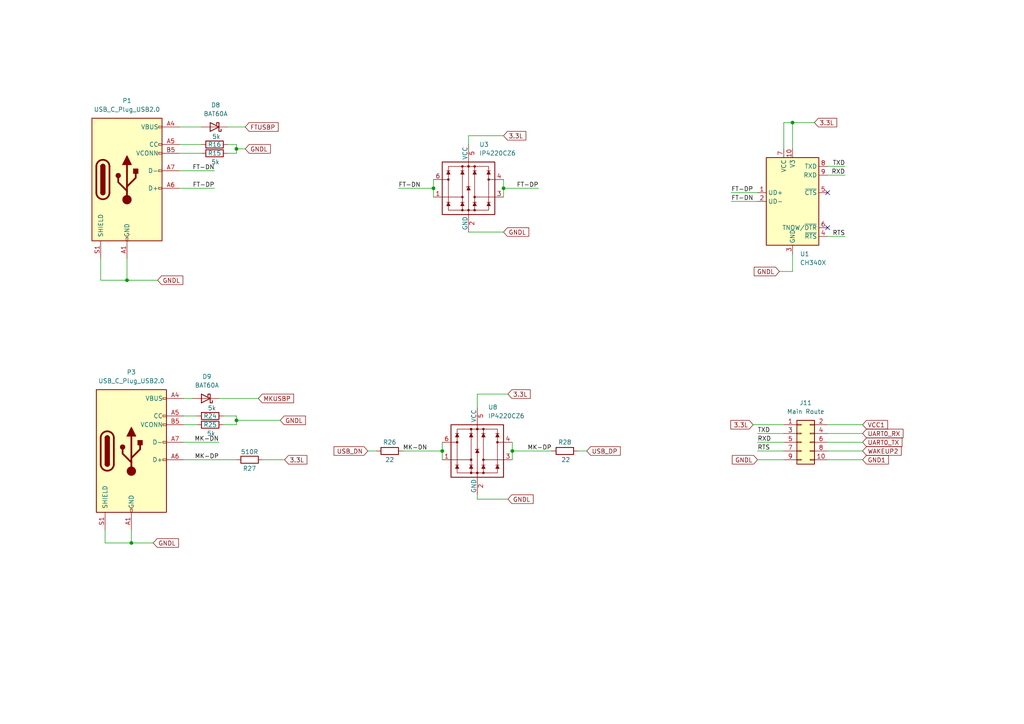
<source format=kicad_sch>
(kicad_sch
	(version 20250114)
	(generator "eeschema")
	(generator_version "9.0")
	(uuid "7bf9b4ef-dc21-4a29-adf6-01812ddff636")
	(paper "A4")
	(lib_symbols
		(symbol "Connector:USB_C_Plug_USB2.0"
			(pin_names
				(offset 1.016)
			)
			(exclude_from_sim no)
			(in_bom yes)
			(on_board yes)
			(property "Reference" "P"
				(at -10.16 19.05 0)
				(effects
					(font
						(size 1.27 1.27)
					)
					(justify left)
				)
			)
			(property "Value" "USB_C_Plug_USB2.0"
				(at 12.7 19.05 0)
				(effects
					(font
						(size 1.27 1.27)
					)
					(justify right)
				)
			)
			(property "Footprint" ""
				(at 3.81 0 0)
				(effects
					(font
						(size 1.27 1.27)
					)
					(hide yes)
				)
			)
			(property "Datasheet" "https://www.usb.org/sites/default/files/documents/usb_type-c.zip"
				(at 3.81 0 0)
				(effects
					(font
						(size 1.27 1.27)
					)
					(hide yes)
				)
			)
			(property "Description" "USB 2.0-only Type-C Plug connector"
				(at 0 0 0)
				(effects
					(font
						(size 1.27 1.27)
					)
					(hide yes)
				)
			)
			(property "ki_keywords" "usb universal serial bus type-C USB2.0"
				(at 0 0 0)
				(effects
					(font
						(size 1.27 1.27)
					)
					(hide yes)
				)
			)
			(property "ki_fp_filters" "USB*C*Plug*"
				(at 0 0 0)
				(effects
					(font
						(size 1.27 1.27)
					)
					(hide yes)
				)
			)
			(symbol "USB_C_Plug_USB2.0_0_0"
				(rectangle
					(start -0.254 -17.78)
					(end 0.254 -16.764)
					(stroke
						(width 0)
						(type default)
					)
					(fill
						(type none)
					)
				)
				(rectangle
					(start 10.16 15.494)
					(end 9.144 14.986)
					(stroke
						(width 0)
						(type default)
					)
					(fill
						(type none)
					)
				)
				(rectangle
					(start 10.16 10.414)
					(end 9.144 9.906)
					(stroke
						(width 0)
						(type default)
					)
					(fill
						(type none)
					)
				)
				(rectangle
					(start 10.16 7.874)
					(end 9.144 7.366)
					(stroke
						(width 0)
						(type default)
					)
					(fill
						(type none)
					)
				)
				(rectangle
					(start 10.16 2.794)
					(end 9.144 2.286)
					(stroke
						(width 0)
						(type default)
					)
					(fill
						(type none)
					)
				)
				(rectangle
					(start 10.16 -2.286)
					(end 9.144 -2.794)
					(stroke
						(width 0)
						(type default)
					)
					(fill
						(type none)
					)
				)
			)
			(symbol "USB_C_Plug_USB2.0_0_1"
				(rectangle
					(start -10.16 17.78)
					(end 10.16 -17.78)
					(stroke
						(width 0.254)
						(type default)
					)
					(fill
						(type background)
					)
				)
				(polyline
					(pts
						(xy -8.89 -3.81) (xy -8.89 3.81)
					)
					(stroke
						(width 0.508)
						(type default)
					)
					(fill
						(type none)
					)
				)
				(rectangle
					(start -7.62 -3.81)
					(end -6.35 3.81)
					(stroke
						(width 0.254)
						(type default)
					)
					(fill
						(type outline)
					)
				)
				(arc
					(start -7.62 3.81)
					(mid -6.985 4.4423)
					(end -6.35 3.81)
					(stroke
						(width 0.254)
						(type default)
					)
					(fill
						(type none)
					)
				)
				(arc
					(start -7.62 3.81)
					(mid -6.985 4.4423)
					(end -6.35 3.81)
					(stroke
						(width 0.254)
						(type default)
					)
					(fill
						(type outline)
					)
				)
				(arc
					(start -8.89 3.81)
					(mid -6.985 5.7067)
					(end -5.08 3.81)
					(stroke
						(width 0.508)
						(type default)
					)
					(fill
						(type none)
					)
				)
				(arc
					(start -5.08 -3.81)
					(mid -6.985 -5.7067)
					(end -8.89 -3.81)
					(stroke
						(width 0.508)
						(type default)
					)
					(fill
						(type none)
					)
				)
				(arc
					(start -6.35 -3.81)
					(mid -6.985 -4.4423)
					(end -7.62 -3.81)
					(stroke
						(width 0.254)
						(type default)
					)
					(fill
						(type none)
					)
				)
				(arc
					(start -6.35 -3.81)
					(mid -6.985 -4.4423)
					(end -7.62 -3.81)
					(stroke
						(width 0.254)
						(type default)
					)
					(fill
						(type outline)
					)
				)
				(polyline
					(pts
						(xy -5.08 3.81) (xy -5.08 -3.81)
					)
					(stroke
						(width 0.508)
						(type default)
					)
					(fill
						(type none)
					)
				)
				(circle
					(center -2.54 1.143)
					(radius 0.635)
					(stroke
						(width 0.254)
						(type default)
					)
					(fill
						(type outline)
					)
				)
				(polyline
					(pts
						(xy -1.27 4.318) (xy 0 6.858) (xy 1.27 4.318) (xy -1.27 4.318)
					)
					(stroke
						(width 0.254)
						(type default)
					)
					(fill
						(type outline)
					)
				)
				(polyline
					(pts
						(xy 0 -2.032) (xy 2.54 0.508) (xy 2.54 1.778)
					)
					(stroke
						(width 0.508)
						(type default)
					)
					(fill
						(type none)
					)
				)
				(polyline
					(pts
						(xy 0 -3.302) (xy -2.54 -0.762) (xy -2.54 0.508)
					)
					(stroke
						(width 0.508)
						(type default)
					)
					(fill
						(type none)
					)
				)
				(polyline
					(pts
						(xy 0 -5.842) (xy 0 4.318)
					)
					(stroke
						(width 0.508)
						(type default)
					)
					(fill
						(type none)
					)
				)
				(circle
					(center 0 -5.842)
					(radius 1.27)
					(stroke
						(width 0)
						(type default)
					)
					(fill
						(type outline)
					)
				)
				(rectangle
					(start 1.905 1.778)
					(end 3.175 3.048)
					(stroke
						(width 0.254)
						(type default)
					)
					(fill
						(type outline)
					)
				)
			)
			(symbol "USB_C_Plug_USB2.0_1_1"
				(pin passive line
					(at -7.62 -22.86 90)
					(length 5.08)
					(name "SHIELD"
						(effects
							(font
								(size 1.27 1.27)
							)
						)
					)
					(number "S1"
						(effects
							(font
								(size 1.27 1.27)
							)
						)
					)
				)
				(pin passive line
					(at 0 -22.86 90)
					(length 5.08)
					(name "GND"
						(effects
							(font
								(size 1.27 1.27)
							)
						)
					)
					(number "A1"
						(effects
							(font
								(size 1.27 1.27)
							)
						)
					)
				)
				(pin passive line
					(at 0 -22.86 90)
					(length 5.08)
					(hide yes)
					(name "GND"
						(effects
							(font
								(size 1.27 1.27)
							)
						)
					)
					(number "A12"
						(effects
							(font
								(size 1.27 1.27)
							)
						)
					)
				)
				(pin passive line
					(at 0 -22.86 90)
					(length 5.08)
					(hide yes)
					(name "GND"
						(effects
							(font
								(size 1.27 1.27)
							)
						)
					)
					(number "B1"
						(effects
							(font
								(size 1.27 1.27)
							)
						)
					)
				)
				(pin passive line
					(at 0 -22.86 90)
					(length 5.08)
					(hide yes)
					(name "GND"
						(effects
							(font
								(size 1.27 1.27)
							)
						)
					)
					(number "B12"
						(effects
							(font
								(size 1.27 1.27)
							)
						)
					)
				)
				(pin passive line
					(at 15.24 15.24 180)
					(length 5.08)
					(name "VBUS"
						(effects
							(font
								(size 1.27 1.27)
							)
						)
					)
					(number "A4"
						(effects
							(font
								(size 1.27 1.27)
							)
						)
					)
				)
				(pin passive line
					(at 15.24 15.24 180)
					(length 5.08)
					(hide yes)
					(name "VBUS"
						(effects
							(font
								(size 1.27 1.27)
							)
						)
					)
					(number "A9"
						(effects
							(font
								(size 1.27 1.27)
							)
						)
					)
				)
				(pin passive line
					(at 15.24 15.24 180)
					(length 5.08)
					(hide yes)
					(name "VBUS"
						(effects
							(font
								(size 1.27 1.27)
							)
						)
					)
					(number "B4"
						(effects
							(font
								(size 1.27 1.27)
							)
						)
					)
				)
				(pin passive line
					(at 15.24 15.24 180)
					(length 5.08)
					(hide yes)
					(name "VBUS"
						(effects
							(font
								(size 1.27 1.27)
							)
						)
					)
					(number "B9"
						(effects
							(font
								(size 1.27 1.27)
							)
						)
					)
				)
				(pin bidirectional line
					(at 15.24 10.16 180)
					(length 5.08)
					(name "CC"
						(effects
							(font
								(size 1.27 1.27)
							)
						)
					)
					(number "A5"
						(effects
							(font
								(size 1.27 1.27)
							)
						)
					)
				)
				(pin bidirectional line
					(at 15.24 7.62 180)
					(length 5.08)
					(name "VCONN"
						(effects
							(font
								(size 1.27 1.27)
							)
						)
					)
					(number "B5"
						(effects
							(font
								(size 1.27 1.27)
							)
						)
					)
				)
				(pin bidirectional line
					(at 15.24 2.54 180)
					(length 5.08)
					(name "D-"
						(effects
							(font
								(size 1.27 1.27)
							)
						)
					)
					(number "A7"
						(effects
							(font
								(size 1.27 1.27)
							)
						)
					)
				)
				(pin bidirectional line
					(at 15.24 -2.54 180)
					(length 5.08)
					(name "D+"
						(effects
							(font
								(size 1.27 1.27)
							)
						)
					)
					(number "A6"
						(effects
							(font
								(size 1.27 1.27)
							)
						)
					)
				)
			)
			(embedded_fonts no)
		)
		(symbol "Connector_Generic:Conn_02x05_Odd_Even"
			(pin_names
				(offset 1.016)
				(hide yes)
			)
			(exclude_from_sim no)
			(in_bom yes)
			(on_board yes)
			(property "Reference" "J"
				(at 1.27 7.62 0)
				(effects
					(font
						(size 1.27 1.27)
					)
				)
			)
			(property "Value" "Conn_02x05_Odd_Even"
				(at 1.27 -7.62 0)
				(effects
					(font
						(size 1.27 1.27)
					)
				)
			)
			(property "Footprint" ""
				(at 0 0 0)
				(effects
					(font
						(size 1.27 1.27)
					)
					(hide yes)
				)
			)
			(property "Datasheet" "~"
				(at 0 0 0)
				(effects
					(font
						(size 1.27 1.27)
					)
					(hide yes)
				)
			)
			(property "Description" "Generic connector, double row, 02x05, odd/even pin numbering scheme (row 1 odd numbers, row 2 even numbers), script generated (kicad-library-utils/schlib/autogen/connector/)"
				(at 0 0 0)
				(effects
					(font
						(size 1.27 1.27)
					)
					(hide yes)
				)
			)
			(property "ki_keywords" "connector"
				(at 0 0 0)
				(effects
					(font
						(size 1.27 1.27)
					)
					(hide yes)
				)
			)
			(property "ki_fp_filters" "Connector*:*_2x??_*"
				(at 0 0 0)
				(effects
					(font
						(size 1.27 1.27)
					)
					(hide yes)
				)
			)
			(symbol "Conn_02x05_Odd_Even_1_1"
				(rectangle
					(start -1.27 6.35)
					(end 3.81 -6.35)
					(stroke
						(width 0.254)
						(type default)
					)
					(fill
						(type background)
					)
				)
				(rectangle
					(start -1.27 5.207)
					(end 0 4.953)
					(stroke
						(width 0.1524)
						(type default)
					)
					(fill
						(type none)
					)
				)
				(rectangle
					(start -1.27 2.667)
					(end 0 2.413)
					(stroke
						(width 0.1524)
						(type default)
					)
					(fill
						(type none)
					)
				)
				(rectangle
					(start -1.27 0.127)
					(end 0 -0.127)
					(stroke
						(width 0.1524)
						(type default)
					)
					(fill
						(type none)
					)
				)
				(rectangle
					(start -1.27 -2.413)
					(end 0 -2.667)
					(stroke
						(width 0.1524)
						(type default)
					)
					(fill
						(type none)
					)
				)
				(rectangle
					(start -1.27 -4.953)
					(end 0 -5.207)
					(stroke
						(width 0.1524)
						(type default)
					)
					(fill
						(type none)
					)
				)
				(rectangle
					(start 3.81 5.207)
					(end 2.54 4.953)
					(stroke
						(width 0.1524)
						(type default)
					)
					(fill
						(type none)
					)
				)
				(rectangle
					(start 3.81 2.667)
					(end 2.54 2.413)
					(stroke
						(width 0.1524)
						(type default)
					)
					(fill
						(type none)
					)
				)
				(rectangle
					(start 3.81 0.127)
					(end 2.54 -0.127)
					(stroke
						(width 0.1524)
						(type default)
					)
					(fill
						(type none)
					)
				)
				(rectangle
					(start 3.81 -2.413)
					(end 2.54 -2.667)
					(stroke
						(width 0.1524)
						(type default)
					)
					(fill
						(type none)
					)
				)
				(rectangle
					(start 3.81 -4.953)
					(end 2.54 -5.207)
					(stroke
						(width 0.1524)
						(type default)
					)
					(fill
						(type none)
					)
				)
				(pin passive line
					(at -5.08 5.08 0)
					(length 3.81)
					(name "Pin_1"
						(effects
							(font
								(size 1.27 1.27)
							)
						)
					)
					(number "1"
						(effects
							(font
								(size 1.27 1.27)
							)
						)
					)
				)
				(pin passive line
					(at -5.08 2.54 0)
					(length 3.81)
					(name "Pin_3"
						(effects
							(font
								(size 1.27 1.27)
							)
						)
					)
					(number "3"
						(effects
							(font
								(size 1.27 1.27)
							)
						)
					)
				)
				(pin passive line
					(at -5.08 0 0)
					(length 3.81)
					(name "Pin_5"
						(effects
							(font
								(size 1.27 1.27)
							)
						)
					)
					(number "5"
						(effects
							(font
								(size 1.27 1.27)
							)
						)
					)
				)
				(pin passive line
					(at -5.08 -2.54 0)
					(length 3.81)
					(name "Pin_7"
						(effects
							(font
								(size 1.27 1.27)
							)
						)
					)
					(number "7"
						(effects
							(font
								(size 1.27 1.27)
							)
						)
					)
				)
				(pin passive line
					(at -5.08 -5.08 0)
					(length 3.81)
					(name "Pin_9"
						(effects
							(font
								(size 1.27 1.27)
							)
						)
					)
					(number "9"
						(effects
							(font
								(size 1.27 1.27)
							)
						)
					)
				)
				(pin passive line
					(at 7.62 5.08 180)
					(length 3.81)
					(name "Pin_2"
						(effects
							(font
								(size 1.27 1.27)
							)
						)
					)
					(number "2"
						(effects
							(font
								(size 1.27 1.27)
							)
						)
					)
				)
				(pin passive line
					(at 7.62 2.54 180)
					(length 3.81)
					(name "Pin_4"
						(effects
							(font
								(size 1.27 1.27)
							)
						)
					)
					(number "4"
						(effects
							(font
								(size 1.27 1.27)
							)
						)
					)
				)
				(pin passive line
					(at 7.62 0 180)
					(length 3.81)
					(name "Pin_6"
						(effects
							(font
								(size 1.27 1.27)
							)
						)
					)
					(number "6"
						(effects
							(font
								(size 1.27 1.27)
							)
						)
					)
				)
				(pin passive line
					(at 7.62 -2.54 180)
					(length 3.81)
					(name "Pin_8"
						(effects
							(font
								(size 1.27 1.27)
							)
						)
					)
					(number "8"
						(effects
							(font
								(size 1.27 1.27)
							)
						)
					)
				)
				(pin passive line
					(at 7.62 -5.08 180)
					(length 3.81)
					(name "Pin_10"
						(effects
							(font
								(size 1.27 1.27)
							)
						)
					)
					(number "10"
						(effects
							(font
								(size 1.27 1.27)
							)
						)
					)
				)
			)
			(embedded_fonts no)
		)
		(symbol "Device:R"
			(pin_numbers
				(hide yes)
			)
			(pin_names
				(offset 0)
			)
			(exclude_from_sim no)
			(in_bom yes)
			(on_board yes)
			(property "Reference" "R"
				(at 2.032 0 90)
				(effects
					(font
						(size 1.27 1.27)
					)
				)
			)
			(property "Value" "R"
				(at 0 0 90)
				(effects
					(font
						(size 1.27 1.27)
					)
				)
			)
			(property "Footprint" ""
				(at -1.778 0 90)
				(effects
					(font
						(size 1.27 1.27)
					)
					(hide yes)
				)
			)
			(property "Datasheet" "~"
				(at 0 0 0)
				(effects
					(font
						(size 1.27 1.27)
					)
					(hide yes)
				)
			)
			(property "Description" "Resistor"
				(at 0 0 0)
				(effects
					(font
						(size 1.27 1.27)
					)
					(hide yes)
				)
			)
			(property "ki_keywords" "R res resistor"
				(at 0 0 0)
				(effects
					(font
						(size 1.27 1.27)
					)
					(hide yes)
				)
			)
			(property "ki_fp_filters" "R_*"
				(at 0 0 0)
				(effects
					(font
						(size 1.27 1.27)
					)
					(hide yes)
				)
			)
			(symbol "R_0_1"
				(rectangle
					(start -1.016 -2.54)
					(end 1.016 2.54)
					(stroke
						(width 0.254)
						(type default)
					)
					(fill
						(type none)
					)
				)
			)
			(symbol "R_1_1"
				(pin passive line
					(at 0 3.81 270)
					(length 1.27)
					(name "~"
						(effects
							(font
								(size 1.27 1.27)
							)
						)
					)
					(number "1"
						(effects
							(font
								(size 1.27 1.27)
							)
						)
					)
				)
				(pin passive line
					(at 0 -3.81 90)
					(length 1.27)
					(name "~"
						(effects
							(font
								(size 1.27 1.27)
							)
						)
					)
					(number "2"
						(effects
							(font
								(size 1.27 1.27)
							)
						)
					)
				)
			)
			(embedded_fonts no)
		)
		(symbol "Diode:BAT60A"
			(pin_numbers
				(hide yes)
			)
			(pin_names
				(offset 1.016)
				(hide yes)
			)
			(exclude_from_sim no)
			(in_bom yes)
			(on_board yes)
			(property "Reference" "D"
				(at 0 2.54 0)
				(effects
					(font
						(size 1.27 1.27)
					)
				)
			)
			(property "Value" "BAT60A"
				(at 0 -2.54 0)
				(effects
					(font
						(size 1.27 1.27)
					)
				)
			)
			(property "Footprint" "Diode_SMD:D_SOD-323"
				(at 0 -4.445 0)
				(effects
					(font
						(size 1.27 1.27)
					)
					(hide yes)
				)
			)
			(property "Datasheet" "https://www.infineon.com/dgdl/Infineon-BAT60ASERIES-DS-v01_01-en.pdf?fileId=db3a304313d846880113def70c9304a9"
				(at 0 0 0)
				(effects
					(font
						(size 1.27 1.27)
					)
					(hide yes)
				)
			)
			(property "Description" "10V 3A High Current Recitifier Schottky Diode, SOD-323"
				(at 0 0 0)
				(effects
					(font
						(size 1.27 1.27)
					)
					(hide yes)
				)
			)
			(property "ki_keywords" "diode Schottky"
				(at 0 0 0)
				(effects
					(font
						(size 1.27 1.27)
					)
					(hide yes)
				)
			)
			(property "ki_fp_filters" "D*SOD?323*"
				(at 0 0 0)
				(effects
					(font
						(size 1.27 1.27)
					)
					(hide yes)
				)
			)
			(symbol "BAT60A_0_1"
				(polyline
					(pts
						(xy -1.905 0.635) (xy -1.905 1.27) (xy -1.27 1.27) (xy -1.27 -1.27) (xy -0.635 -1.27) (xy -0.635 -0.635)
					)
					(stroke
						(width 0.254)
						(type default)
					)
					(fill
						(type none)
					)
				)
				(polyline
					(pts
						(xy 1.27 1.27) (xy 1.27 -1.27) (xy -1.27 0) (xy 1.27 1.27)
					)
					(stroke
						(width 0.254)
						(type default)
					)
					(fill
						(type none)
					)
				)
				(polyline
					(pts
						(xy 1.27 0) (xy -1.27 0)
					)
					(stroke
						(width 0)
						(type default)
					)
					(fill
						(type none)
					)
				)
			)
			(symbol "BAT60A_1_1"
				(pin passive line
					(at -3.81 0 0)
					(length 2.54)
					(name "K"
						(effects
							(font
								(size 1.27 1.27)
							)
						)
					)
					(number "1"
						(effects
							(font
								(size 1.27 1.27)
							)
						)
					)
				)
				(pin passive line
					(at 3.81 0 180)
					(length 2.54)
					(name "A"
						(effects
							(font
								(size 1.27 1.27)
							)
						)
					)
					(number "2"
						(effects
							(font
								(size 1.27 1.27)
							)
						)
					)
				)
			)
			(embedded_fonts no)
		)
		(symbol "IP4220CZ6_1"
			(pin_names
				(offset 0)
			)
			(exclude_from_sim no)
			(in_bom yes)
			(on_board yes)
			(property "Reference" "U3"
				(at 3.1181 12.7 0)
				(effects
					(font
						(size 1.27 1.27)
					)
					(justify left)
				)
			)
			(property "Value" "IP4220CZ6"
				(at 3.1181 10.16 0)
				(effects
					(font
						(size 1.27 1.27)
					)
					(justify left)
				)
			)
			(property "Footprint" "Package_TO_SOT_SMD:SC-74-6_1.55x2.9mm_P0.95mm"
				(at 0 -15.748 0)
				(effects
					(font
						(size 1.27 1.27)
					)
					(hide yes)
				)
			)
			(property "Datasheet" "https://assets.nexperia.com/documents/data-sheet/IP4234CZ6.pdf"
				(at 0 -20.066 0)
				(effects
					(font
						(size 1.27 1.27)
					)
					(hide yes)
				)
			)
			(property "Description" "ESD Protection, 2 channel, USB 2.0 to IEC 61000-4-2 level 4, 5.5V, SOT457 (SC-74-6)"
				(at 0 -18.034 0)
				(effects
					(font
						(size 1.27 1.27)
					)
					(hide yes)
				)
			)
			(property "ki_keywords" "USB ESD protection "
				(at 0 0 0)
				(effects
					(font
						(size 1.27 1.27)
					)
					(hide yes)
				)
			)
			(property "ki_fp_filters" "SC?74?6*P0.95mm*"
				(at 0 0 0)
				(effects
					(font
						(size 1.27 1.27)
					)
					(hide yes)
				)
			)
			(symbol "IP4220CZ6_1_0_0"
				(rectangle
					(start -5.842 6.35)
					(end 5.842 -6.35)
					(stroke
						(width 0)
						(type default)
					)
					(fill
						(type none)
					)
				)
				(polyline
					(pts
						(xy -1.778 -6.35) (xy -1.778 6.35)
					)
					(stroke
						(width 0)
						(type default)
					)
					(fill
						(type none)
					)
				)
				(polyline
					(pts
						(xy 1.778 6.35) (xy 1.778 -6.35)
					)
					(stroke
						(width 0)
						(type default)
					)
					(fill
						(type none)
					)
				)
			)
			(symbol "IP4220CZ6_1_0_1"
				(polyline
					(pts
						(xy -7.62 2.54) (xy -5.842 2.54)
					)
					(stroke
						(width 0)
						(type default)
					)
					(fill
						(type none)
					)
				)
				(polyline
					(pts
						(xy -7.62 -2.54) (xy -1.778 -2.54)
					)
					(stroke
						(width 0)
						(type default)
					)
					(fill
						(type none)
					)
				)
				(circle
					(center -5.842 2.54)
					(radius 0.2794)
					(stroke
						(width 0)
						(type default)
					)
					(fill
						(type outline)
					)
				)
				(polyline
					(pts
						(xy -5.334 5.08) (xy -6.35 5.08)
					)
					(stroke
						(width 0)
						(type default)
					)
					(fill
						(type none)
					)
				)
				(polyline
					(pts
						(xy -5.334 -4.064) (xy -6.35 -4.064)
					)
					(stroke
						(width 0)
						(type default)
					)
					(fill
						(type none)
					)
				)
				(circle
					(center -1.778 6.35)
					(radius 0.2794)
					(stroke
						(width 0)
						(type default)
					)
					(fill
						(type outline)
					)
				)
				(circle
					(center -1.778 -2.54)
					(radius 0.2794)
					(stroke
						(width 0)
						(type default)
					)
					(fill
						(type outline)
					)
				)
				(circle
					(center -1.778 -6.35)
					(radius 0.2794)
					(stroke
						(width 0)
						(type default)
					)
					(fill
						(type outline)
					)
				)
				(polyline
					(pts
						(xy -1.27 5.08) (xy -2.286 5.08)
					)
					(stroke
						(width 0)
						(type default)
					)
					(fill
						(type none)
					)
				)
				(polyline
					(pts
						(xy -1.27 -4.064) (xy -2.286 -4.064)
					)
					(stroke
						(width 0)
						(type default)
					)
					(fill
						(type none)
					)
				)
				(polyline
					(pts
						(xy -0.508 0.508) (xy -0.508 0.254)
					)
					(stroke
						(width 0)
						(type default)
					)
					(fill
						(type none)
					)
				)
				(polyline
					(pts
						(xy 0 7.62) (xy 0 -7.62)
					)
					(stroke
						(width 0)
						(type default)
					)
					(fill
						(type none)
					)
				)
				(circle
					(center 0 6.35)
					(radius 0.2794)
					(stroke
						(width 0)
						(type default)
					)
					(fill
						(type outline)
					)
				)
				(circle
					(center 0 -6.35)
					(radius 0.2794)
					(stroke
						(width 0)
						(type default)
					)
					(fill
						(type outline)
					)
				)
				(polyline
					(pts
						(xy 0.508 0.508) (xy -0.508 0.508)
					)
					(stroke
						(width 0)
						(type default)
					)
					(fill
						(type none)
					)
				)
				(circle
					(center 1.778 6.35)
					(radius 0.2794)
					(stroke
						(width 0)
						(type default)
					)
					(fill
						(type outline)
					)
				)
				(circle
					(center 1.778 -2.54)
					(radius 0.2794)
					(stroke
						(width 0)
						(type default)
					)
					(fill
						(type outline)
					)
				)
				(circle
					(center 1.778 -6.35)
					(radius 0.2794)
					(stroke
						(width 0)
						(type default)
					)
					(fill
						(type outline)
					)
				)
				(polyline
					(pts
						(xy 2.286 5.08) (xy 1.27 5.08)
					)
					(stroke
						(width 0)
						(type default)
					)
					(fill
						(type none)
					)
				)
				(polyline
					(pts
						(xy 2.286 -4.064) (xy 1.27 -4.064)
					)
					(stroke
						(width 0)
						(type default)
					)
					(fill
						(type none)
					)
				)
				(circle
					(center 5.842 2.54)
					(radius 0.2794)
					(stroke
						(width 0)
						(type default)
					)
					(fill
						(type outline)
					)
				)
				(polyline
					(pts
						(xy 6.35 5.08) (xy 5.334 5.08)
					)
					(stroke
						(width 0)
						(type default)
					)
					(fill
						(type none)
					)
				)
				(polyline
					(pts
						(xy 6.35 -4.064) (xy 5.334 -4.064)
					)
					(stroke
						(width 0)
						(type default)
					)
					(fill
						(type none)
					)
				)
				(polyline
					(pts
						(xy 7.62 2.54) (xy 5.842 2.54)
					)
					(stroke
						(width 0)
						(type default)
					)
					(fill
						(type none)
					)
				)
				(polyline
					(pts
						(xy 7.62 -2.54) (xy 1.778 -2.54)
					)
					(stroke
						(width 0)
						(type default)
					)
					(fill
						(type none)
					)
				)
			)
			(symbol "IP4220CZ6_1_1_1"
				(rectangle
					(start -7.62 7.62)
					(end 7.62 -7.62)
					(stroke
						(width 0.254)
						(type solid)
					)
					(fill
						(type none)
					)
				)
				(polyline
					(pts
						(xy -5.334 4.064) (xy -6.35 4.064) (xy -5.842 5.08) (xy -5.334 4.064)
					)
					(stroke
						(width 0)
						(type default)
					)
					(fill
						(type outline)
					)
				)
				(polyline
					(pts
						(xy -5.334 -5.08) (xy -6.35 -5.08) (xy -5.842 -4.064) (xy -5.334 -5.08)
					)
					(stroke
						(width 0)
						(type default)
					)
					(fill
						(type outline)
					)
				)
				(polyline
					(pts
						(xy -1.27 4.064) (xy -2.286 4.064) (xy -1.778 5.08) (xy -1.27 4.064)
					)
					(stroke
						(width 0)
						(type default)
					)
					(fill
						(type outline)
					)
				)
				(polyline
					(pts
						(xy -1.27 -5.08) (xy -2.286 -5.08) (xy -1.778 -4.064) (xy -1.27 -5.08)
					)
					(stroke
						(width 0)
						(type default)
					)
					(fill
						(type outline)
					)
				)
				(polyline
					(pts
						(xy 0.508 -0.508) (xy -0.508 -0.508) (xy 0 0.508) (xy 0.508 -0.508)
					)
					(stroke
						(width 0)
						(type default)
					)
					(fill
						(type outline)
					)
				)
				(polyline
					(pts
						(xy 2.286 4.064) (xy 1.27 4.064) (xy 1.778 5.08) (xy 2.286 4.064)
					)
					(stroke
						(width 0)
						(type default)
					)
					(fill
						(type outline)
					)
				)
				(polyline
					(pts
						(xy 2.286 -5.08) (xy 1.27 -5.08) (xy 1.778 -4.064) (xy 2.286 -5.08)
					)
					(stroke
						(width 0)
						(type default)
					)
					(fill
						(type outline)
					)
				)
				(polyline
					(pts
						(xy 6.35 4.064) (xy 5.334 4.064) (xy 5.842 5.08) (xy 6.35 4.064)
					)
					(stroke
						(width 0)
						(type default)
					)
					(fill
						(type outline)
					)
				)
				(polyline
					(pts
						(xy 6.35 -5.08) (xy 5.334 -5.08) (xy 5.842 -4.064) (xy 6.35 -5.08)
					)
					(stroke
						(width 0)
						(type default)
					)
					(fill
						(type outline)
					)
				)
				(pin passive line
					(at -10.16 2.54 0)
					(length 2.54)
					(name ""
						(effects
							(font
								(size 1.27 1.27)
							)
						)
					)
					(number "6"
						(effects
							(font
								(size 1.27 1.27)
							)
						)
					)
				)
				(pin passive line
					(at -10.16 -2.54 0)
					(length 2.54)
					(name ""
						(effects
							(font
								(size 1.27 1.27)
							)
						)
					)
					(number "1"
						(effects
							(font
								(size 1.27 1.27)
							)
						)
					)
				)
				(pin passive line
					(at 0 12.7 270)
					(length 5.08)
					(name "VCC"
						(effects
							(font
								(size 1.27 1.27)
							)
						)
					)
					(number "5"
						(effects
							(font
								(size 1.27 1.27)
							)
						)
					)
				)
				(pin passive line
					(at 0 -12.7 90)
					(length 5.08)
					(name "GND"
						(effects
							(font
								(size 1.27 1.27)
							)
						)
					)
					(number "2"
						(effects
							(font
								(size 1.27 1.27)
							)
						)
					)
				)
				(pin passive line
					(at 10.16 2.54 180)
					(length 2.54)
					(name ""
						(effects
							(font
								(size 1.27 1.27)
							)
						)
					)
					(number "4"
						(effects
							(font
								(size 1.27 1.27)
							)
						)
					)
				)
				(pin passive line
					(at 10.16 -2.54 180)
					(length 2.54)
					(name ""
						(effects
							(font
								(size 1.27 1.27)
							)
						)
					)
					(number "3"
						(effects
							(font
								(size 1.27 1.27)
							)
						)
					)
				)
			)
			(embedded_fonts no)
		)
		(symbol "Interface_USB:CH340X"
			(exclude_from_sim no)
			(in_bom yes)
			(on_board yes)
			(property "Reference" "U"
				(at -5.08 13.97 0)
				(effects
					(font
						(size 1.27 1.27)
					)
					(justify right)
				)
			)
			(property "Value" "CH340X"
				(at 1.27 13.97 0)
				(effects
					(font
						(size 1.27 1.27)
					)
					(justify left)
				)
			)
			(property "Footprint" "Package_SO:MSOP-10_3x3mm_P0.5mm"
				(at 1.27 -13.97 0)
				(effects
					(font
						(size 1.27 1.27)
					)
					(justify left)
					(hide yes)
				)
			)
			(property "Datasheet" "https://cdn.sparkfun.com/assets/5/0/a/8/5/CH340DS1.PDF"
				(at -8.89 20.32 0)
				(effects
					(font
						(size 1.27 1.27)
					)
					(hide yes)
				)
			)
			(property "Description" "USB serial converter, 5V-tolerant IO, UART, MSOP-10"
				(at 0 0 0)
				(effects
					(font
						(size 1.27 1.27)
					)
					(hide yes)
				)
			)
			(property "ki_keywords" "USB UART Serial Converter Interface"
				(at 0 0 0)
				(effects
					(font
						(size 1.27 1.27)
					)
					(hide yes)
				)
			)
			(property "ki_fp_filters" "MSOP*3x3mm*P0.5mm*"
				(at 0 0 0)
				(effects
					(font
						(size 1.27 1.27)
					)
					(hide yes)
				)
			)
			(symbol "CH340X_0_1"
				(rectangle
					(start -7.62 12.7)
					(end 7.62 -12.7)
					(stroke
						(width 0.254)
						(type default)
					)
					(fill
						(type background)
					)
				)
			)
			(symbol "CH340X_1_1"
				(pin bidirectional line
					(at -10.16 2.54 0)
					(length 2.54)
					(name "UD+"
						(effects
							(font
								(size 1.27 1.27)
							)
						)
					)
					(number "1"
						(effects
							(font
								(size 1.27 1.27)
							)
						)
					)
				)
				(pin bidirectional line
					(at -10.16 0 0)
					(length 2.54)
					(name "UD-"
						(effects
							(font
								(size 1.27 1.27)
							)
						)
					)
					(number "2"
						(effects
							(font
								(size 1.27 1.27)
							)
						)
					)
				)
				(pin power_in line
					(at -2.54 15.24 270)
					(length 2.54)
					(name "VCC"
						(effects
							(font
								(size 1.27 1.27)
							)
						)
					)
					(number "7"
						(effects
							(font
								(size 1.27 1.27)
							)
						)
					)
				)
				(pin power_out line
					(at 0 15.24 270)
					(length 2.54)
					(name "V3"
						(effects
							(font
								(size 1.27 1.27)
							)
						)
					)
					(number "10"
						(effects
							(font
								(size 1.27 1.27)
							)
						)
					)
				)
				(pin power_in line
					(at 0 -15.24 90)
					(length 2.54)
					(name "GND"
						(effects
							(font
								(size 1.27 1.27)
							)
						)
					)
					(number "3"
						(effects
							(font
								(size 1.27 1.27)
							)
						)
					)
				)
				(pin output line
					(at 10.16 10.16 180)
					(length 2.54)
					(name "TXD"
						(effects
							(font
								(size 1.27 1.27)
							)
						)
					)
					(number "8"
						(effects
							(font
								(size 1.27 1.27)
							)
						)
					)
				)
				(pin input line
					(at 10.16 7.62 180)
					(length 2.54)
					(name "RXD"
						(effects
							(font
								(size 1.27 1.27)
							)
						)
					)
					(number "9"
						(effects
							(font
								(size 1.27 1.27)
							)
						)
					)
				)
				(pin input line
					(at 10.16 2.54 180)
					(length 2.54)
					(name "~{CTS}"
						(effects
							(font
								(size 1.27 1.27)
							)
						)
					)
					(number "5"
						(effects
							(font
								(size 1.27 1.27)
							)
						)
					)
				)
				(pin output line
					(at 10.16 -7.62 180)
					(length 2.54)
					(name "TNOW/~{DTR}"
						(effects
							(font
								(size 1.27 1.27)
							)
						)
					)
					(number "6"
						(effects
							(font
								(size 1.27 1.27)
							)
						)
					)
				)
				(pin output line
					(at 10.16 -10.16 180)
					(length 2.54)
					(name "~{RTS}"
						(effects
							(font
								(size 1.27 1.27)
							)
						)
					)
					(number "4"
						(effects
							(font
								(size 1.27 1.27)
							)
						)
					)
				)
			)
			(embedded_fonts no)
		)
		(symbol "K1921VG015:IP4220CZ6"
			(pin_names
				(offset 0)
			)
			(exclude_from_sim no)
			(in_bom yes)
			(on_board yes)
			(property "Reference" "U8"
				(at 3.1181 12.7 0)
				(effects
					(font
						(size 1.27 1.27)
					)
					(justify left)
				)
			)
			(property "Value" "IP4220CZ6"
				(at 3.1181 10.16 0)
				(effects
					(font
						(size 1.27 1.27)
					)
					(justify left)
				)
			)
			(property "Footprint" "Package_TO_SOT_SMD:SC-74-6_1.55x2.9mm_P0.95mm"
				(at 0 -15.748 0)
				(effects
					(font
						(size 1.27 1.27)
					)
					(hide yes)
				)
			)
			(property "Datasheet" "https://assets.nexperia.com/documents/data-sheet/IP4234CZ6.pdf"
				(at 0 -20.066 0)
				(effects
					(font
						(size 1.27 1.27)
					)
					(hide yes)
				)
			)
			(property "Description" "ESD Protection, 2 channel, USB 2.0 to IEC 61000-4-2 level 4, 5.5V, SOT457 (SC-74-6)"
				(at 0 -18.034 0)
				(effects
					(font
						(size 1.27 1.27)
					)
					(hide yes)
				)
			)
			(property "ki_keywords" "USB ESD protection "
				(at 0 0 0)
				(effects
					(font
						(size 1.27 1.27)
					)
					(hide yes)
				)
			)
			(property "ki_fp_filters" "SC?74?6*P0.95mm*"
				(at 0 0 0)
				(effects
					(font
						(size 1.27 1.27)
					)
					(hide yes)
				)
			)
			(symbol "IP4220CZ6_0_0"
				(rectangle
					(start -5.842 6.35)
					(end 5.842 -6.35)
					(stroke
						(width 0)
						(type default)
					)
					(fill
						(type none)
					)
				)
				(polyline
					(pts
						(xy -1.778 -6.35) (xy -1.778 6.35)
					)
					(stroke
						(width 0)
						(type default)
					)
					(fill
						(type none)
					)
				)
				(polyline
					(pts
						(xy 1.778 6.35) (xy 1.778 -6.35)
					)
					(stroke
						(width 0)
						(type default)
					)
					(fill
						(type none)
					)
				)
			)
			(symbol "IP4220CZ6_0_1"
				(polyline
					(pts
						(xy -7.62 2.54) (xy -5.842 2.54)
					)
					(stroke
						(width 0)
						(type default)
					)
					(fill
						(type none)
					)
				)
				(polyline
					(pts
						(xy -7.62 -2.54) (xy -1.778 -2.54)
					)
					(stroke
						(width 0)
						(type default)
					)
					(fill
						(type none)
					)
				)
				(circle
					(center -5.842 2.54)
					(radius 0.2794)
					(stroke
						(width 0)
						(type default)
					)
					(fill
						(type outline)
					)
				)
				(polyline
					(pts
						(xy -5.334 5.08) (xy -6.35 5.08)
					)
					(stroke
						(width 0)
						(type default)
					)
					(fill
						(type none)
					)
				)
				(polyline
					(pts
						(xy -5.334 -4.064) (xy -6.35 -4.064)
					)
					(stroke
						(width 0)
						(type default)
					)
					(fill
						(type none)
					)
				)
				(circle
					(center -1.778 6.35)
					(radius 0.2794)
					(stroke
						(width 0)
						(type default)
					)
					(fill
						(type outline)
					)
				)
				(circle
					(center -1.778 -2.54)
					(radius 0.2794)
					(stroke
						(width 0)
						(type default)
					)
					(fill
						(type outline)
					)
				)
				(circle
					(center -1.778 -6.35)
					(radius 0.2794)
					(stroke
						(width 0)
						(type default)
					)
					(fill
						(type outline)
					)
				)
				(polyline
					(pts
						(xy -1.27 5.08) (xy -2.286 5.08)
					)
					(stroke
						(width 0)
						(type default)
					)
					(fill
						(type none)
					)
				)
				(polyline
					(pts
						(xy -1.27 -4.064) (xy -2.286 -4.064)
					)
					(stroke
						(width 0)
						(type default)
					)
					(fill
						(type none)
					)
				)
				(polyline
					(pts
						(xy -0.508 0.508) (xy -0.508 0.254)
					)
					(stroke
						(width 0)
						(type default)
					)
					(fill
						(type none)
					)
				)
				(polyline
					(pts
						(xy 0 7.62) (xy 0 -7.62)
					)
					(stroke
						(width 0)
						(type default)
					)
					(fill
						(type none)
					)
				)
				(circle
					(center 0 6.35)
					(radius 0.2794)
					(stroke
						(width 0)
						(type default)
					)
					(fill
						(type outline)
					)
				)
				(circle
					(center 0 -6.35)
					(radius 0.2794)
					(stroke
						(width 0)
						(type default)
					)
					(fill
						(type outline)
					)
				)
				(polyline
					(pts
						(xy 0.508 0.508) (xy -0.508 0.508)
					)
					(stroke
						(width 0)
						(type default)
					)
					(fill
						(type none)
					)
				)
				(circle
					(center 1.778 6.35)
					(radius 0.2794)
					(stroke
						(width 0)
						(type default)
					)
					(fill
						(type outline)
					)
				)
				(circle
					(center 1.778 -2.54)
					(radius 0.2794)
					(stroke
						(width 0)
						(type default)
					)
					(fill
						(type outline)
					)
				)
				(circle
					(center 1.778 -6.35)
					(radius 0.2794)
					(stroke
						(width 0)
						(type default)
					)
					(fill
						(type outline)
					)
				)
				(polyline
					(pts
						(xy 2.286 5.08) (xy 1.27 5.08)
					)
					(stroke
						(width 0)
						(type default)
					)
					(fill
						(type none)
					)
				)
				(polyline
					(pts
						(xy 2.286 -4.064) (xy 1.27 -4.064)
					)
					(stroke
						(width 0)
						(type default)
					)
					(fill
						(type none)
					)
				)
				(circle
					(center 5.842 2.54)
					(radius 0.2794)
					(stroke
						(width 0)
						(type default)
					)
					(fill
						(type outline)
					)
				)
				(polyline
					(pts
						(xy 6.35 5.08) (xy 5.334 5.08)
					)
					(stroke
						(width 0)
						(type default)
					)
					(fill
						(type none)
					)
				)
				(polyline
					(pts
						(xy 6.35 -4.064) (xy 5.334 -4.064)
					)
					(stroke
						(width 0)
						(type default)
					)
					(fill
						(type none)
					)
				)
				(polyline
					(pts
						(xy 7.62 2.54) (xy 5.842 2.54)
					)
					(stroke
						(width 0)
						(type default)
					)
					(fill
						(type none)
					)
				)
				(polyline
					(pts
						(xy 7.62 -2.54) (xy 1.778 -2.54)
					)
					(stroke
						(width 0)
						(type default)
					)
					(fill
						(type none)
					)
				)
			)
			(symbol "IP4220CZ6_1_1"
				(rectangle
					(start -7.62 7.62)
					(end 7.62 -7.62)
					(stroke
						(width 0.254)
						(type solid)
					)
					(fill
						(type none)
					)
				)
				(polyline
					(pts
						(xy -5.334 4.064) (xy -6.35 4.064) (xy -5.842 5.08) (xy -5.334 4.064)
					)
					(stroke
						(width 0)
						(type default)
					)
					(fill
						(type outline)
					)
				)
				(polyline
					(pts
						(xy -5.334 -5.08) (xy -6.35 -5.08) (xy -5.842 -4.064) (xy -5.334 -5.08)
					)
					(stroke
						(width 0)
						(type default)
					)
					(fill
						(type outline)
					)
				)
				(polyline
					(pts
						(xy -1.27 4.064) (xy -2.286 4.064) (xy -1.778 5.08) (xy -1.27 4.064)
					)
					(stroke
						(width 0)
						(type default)
					)
					(fill
						(type outline)
					)
				)
				(polyline
					(pts
						(xy -1.27 -5.08) (xy -2.286 -5.08) (xy -1.778 -4.064) (xy -1.27 -5.08)
					)
					(stroke
						(width 0)
						(type default)
					)
					(fill
						(type outline)
					)
				)
				(polyline
					(pts
						(xy 0.508 -0.508) (xy -0.508 -0.508) (xy 0 0.508) (xy 0.508 -0.508)
					)
					(stroke
						(width 0)
						(type default)
					)
					(fill
						(type outline)
					)
				)
				(polyline
					(pts
						(xy 2.286 4.064) (xy 1.27 4.064) (xy 1.778 5.08) (xy 2.286 4.064)
					)
					(stroke
						(width 0)
						(type default)
					)
					(fill
						(type outline)
					)
				)
				(polyline
					(pts
						(xy 2.286 -5.08) (xy 1.27 -5.08) (xy 1.778 -4.064) (xy 2.286 -5.08)
					)
					(stroke
						(width 0)
						(type default)
					)
					(fill
						(type outline)
					)
				)
				(polyline
					(pts
						(xy 6.35 4.064) (xy 5.334 4.064) (xy 5.842 5.08) (xy 6.35 4.064)
					)
					(stroke
						(width 0)
						(type default)
					)
					(fill
						(type outline)
					)
				)
				(polyline
					(pts
						(xy 6.35 -5.08) (xy 5.334 -5.08) (xy 5.842 -4.064) (xy 6.35 -5.08)
					)
					(stroke
						(width 0)
						(type default)
					)
					(fill
						(type outline)
					)
				)
				(pin passive line
					(at -10.16 2.54 0)
					(length 2.54)
					(name ""
						(effects
							(font
								(size 1.27 1.27)
							)
						)
					)
					(number "6"
						(effects
							(font
								(size 1.27 1.27)
							)
						)
					)
				)
				(pin passive line
					(at -10.16 -2.54 0)
					(length 2.54)
					(name ""
						(effects
							(font
								(size 1.27 1.27)
							)
						)
					)
					(number "1"
						(effects
							(font
								(size 1.27 1.27)
							)
						)
					)
				)
				(pin passive line
					(at 0 12.7 270)
					(length 5.08)
					(name "VCC"
						(effects
							(font
								(size 1.27 1.27)
							)
						)
					)
					(number "5"
						(effects
							(font
								(size 1.27 1.27)
							)
						)
					)
				)
				(pin passive line
					(at 0 -12.7 90)
					(length 5.08)
					(name "GND"
						(effects
							(font
								(size 1.27 1.27)
							)
						)
					)
					(number "2"
						(effects
							(font
								(size 1.27 1.27)
							)
						)
					)
				)
				(pin passive line
					(at 10.16 2.54 180)
					(length 2.54)
					(name ""
						(effects
							(font
								(size 1.27 1.27)
							)
						)
					)
					(number "4"
						(effects
							(font
								(size 1.27 1.27)
							)
						)
					)
				)
				(pin passive line
					(at 10.16 -2.54 180)
					(length 2.54)
					(name ""
						(effects
							(font
								(size 1.27 1.27)
							)
						)
					)
					(number "3"
						(effects
							(font
								(size 1.27 1.27)
							)
						)
					)
				)
			)
			(embedded_fonts no)
		)
	)
	(junction
		(at 38.1 157.48)
		(diameter 0)
		(color 0 0 0 0)
		(uuid "04f8c897-ae35-44d0-a68b-98d37c3ac744")
	)
	(junction
		(at 36.83 81.28)
		(diameter 0)
		(color 0 0 0 0)
		(uuid "0da100b5-8f9f-42c2-888a-4d1fb509559b")
	)
	(junction
		(at 229.87 35.56)
		(diameter 0)
		(color 0 0 0 0)
		(uuid "29c6e2c6-b2e0-46f1-ac0f-e1fcecc3f8df")
	)
	(junction
		(at 148.59 130.81)
		(diameter 0)
		(color 0 0 0 0)
		(uuid "5c4c1d2e-7ed9-43ec-9b80-e3ed685e6e95")
	)
	(junction
		(at 146.05 54.61)
		(diameter 0)
		(color 0 0 0 0)
		(uuid "747b9b68-444f-4497-ac80-6a18eaa72fc8")
	)
	(junction
		(at 125.73 54.61)
		(diameter 0)
		(color 0 0 0 0)
		(uuid "8cebead9-3092-4d7f-a9a9-36cdbd7232d4")
	)
	(junction
		(at 128.27 130.81)
		(diameter 0)
		(color 0 0 0 0)
		(uuid "aaf5ceb0-1b31-4592-b050-dca5ba8d614d")
	)
	(junction
		(at 68.58 121.92)
		(diameter 0)
		(color 0 0 0 0)
		(uuid "bb9e5ede-3f87-4895-8ee6-7a98f881ab74")
	)
	(junction
		(at 68.58 43.18)
		(diameter 0)
		(color 0 0 0 0)
		(uuid "c42d674e-cb26-4e95-9fd0-2837750bc5fb")
	)
	(no_connect
		(at 240.03 55.88)
		(uuid "2b539d48-6ded-44c1-baf3-31b893a9d33c")
	)
	(no_connect
		(at 240.03 66.04)
		(uuid "584bf5cf-460a-4aa9-9041-ae952290e187")
	)
	(wire
		(pts
			(xy 148.59 130.81) (xy 148.59 133.35)
		)
		(stroke
			(width 0)
			(type default)
		)
		(uuid "03d956e2-1b77-4d02-810d-03fc9c128b7e")
	)
	(wire
		(pts
			(xy 229.87 35.56) (xy 227.33 35.56)
		)
		(stroke
			(width 0)
			(type default)
		)
		(uuid "051b61e8-da1e-4deb-8a68-333d389b9c0a")
	)
	(wire
		(pts
			(xy 128.27 130.81) (xy 128.27 133.35)
		)
		(stroke
			(width 0)
			(type default)
		)
		(uuid "051b8e6e-bc4c-463b-b0e7-806e7220c335")
	)
	(wire
		(pts
			(xy 138.43 144.78) (xy 138.43 143.51)
		)
		(stroke
			(width 0)
			(type default)
		)
		(uuid "05887e76-9269-465d-84ce-90c067fc7325")
	)
	(wire
		(pts
			(xy 212.09 58.42) (xy 219.71 58.42)
		)
		(stroke
			(width 0)
			(type default)
		)
		(uuid "099d9a79-de39-4c6e-8e07-f844da113de2")
	)
	(wire
		(pts
			(xy 160.02 130.81) (xy 148.59 130.81)
		)
		(stroke
			(width 0)
			(type default)
		)
		(uuid "0e1b1b2a-03f6-4b8c-b373-daa6ee6604be")
	)
	(wire
		(pts
			(xy 109.22 130.81) (xy 106.68 130.81)
		)
		(stroke
			(width 0)
			(type default)
		)
		(uuid "10527146-7b4e-4474-a3f6-a2e1a2c7ea0d")
	)
	(wire
		(pts
			(xy 219.71 125.73) (xy 227.33 125.73)
		)
		(stroke
			(width 0)
			(type default)
		)
		(uuid "16214ab4-cd4a-4e3f-8bf6-d623e62f69d4")
	)
	(wire
		(pts
			(xy 44.45 157.48) (xy 38.1 157.48)
		)
		(stroke
			(width 0)
			(type default)
		)
		(uuid "189cbd21-0f62-4618-8a34-6bf20f2c8466")
	)
	(wire
		(pts
			(xy 125.73 52.07) (xy 125.73 54.61)
		)
		(stroke
			(width 0)
			(type default)
		)
		(uuid "19a6d79a-b5c0-483b-9410-9377e9b217fa")
	)
	(wire
		(pts
			(xy 240.03 128.27) (xy 250.19 128.27)
		)
		(stroke
			(width 0)
			(type default)
		)
		(uuid "1f55a403-18b1-4827-a2a5-553fc9dfe161")
	)
	(wire
		(pts
			(xy 125.73 54.61) (xy 125.73 57.15)
		)
		(stroke
			(width 0)
			(type default)
		)
		(uuid "23f2eb01-e5df-4d23-aa25-f997636af2de")
	)
	(wire
		(pts
			(xy 226.06 78.74) (xy 229.87 78.74)
		)
		(stroke
			(width 0)
			(type default)
		)
		(uuid "2bdfe798-1726-4b5f-97f5-95a0f4500797")
	)
	(wire
		(pts
			(xy 146.05 39.37) (xy 135.89 39.37)
		)
		(stroke
			(width 0)
			(type default)
		)
		(uuid "2dce861a-c41b-4c4e-9619-dba805a2a644")
	)
	(wire
		(pts
			(xy 229.87 35.56) (xy 229.87 43.18)
		)
		(stroke
			(width 0)
			(type default)
		)
		(uuid "306e0f69-9bcc-4982-8168-3cb6eb499dff")
	)
	(wire
		(pts
			(xy 52.07 44.45) (xy 58.42 44.45)
		)
		(stroke
			(width 0)
			(type default)
		)
		(uuid "370580e1-1384-4f29-bf7a-ac7919b78d41")
	)
	(wire
		(pts
			(xy 53.34 123.19) (xy 57.15 123.19)
		)
		(stroke
			(width 0)
			(type default)
		)
		(uuid "3828eb9f-915d-4112-aa48-953776593303")
	)
	(wire
		(pts
			(xy 45.72 81.28) (xy 36.83 81.28)
		)
		(stroke
			(width 0)
			(type default)
		)
		(uuid "3a262f7d-c6dc-4274-ae08-7c0f4adfb922")
	)
	(wire
		(pts
			(xy 240.03 133.35) (xy 250.19 133.35)
		)
		(stroke
			(width 0)
			(type default)
		)
		(uuid "3e2c04ff-8b70-4363-9f97-7a86b4b48881")
	)
	(wire
		(pts
			(xy 240.03 50.8) (xy 245.11 50.8)
		)
		(stroke
			(width 0)
			(type default)
		)
		(uuid "416a06bb-4f5f-454f-bf01-fde518dd5a3c")
	)
	(wire
		(pts
			(xy 52.07 41.91) (xy 58.42 41.91)
		)
		(stroke
			(width 0)
			(type default)
		)
		(uuid "43fefec7-ea08-41a1-8ef0-289e64dbc83a")
	)
	(wire
		(pts
			(xy 68.58 120.65) (xy 68.58 121.92)
		)
		(stroke
			(width 0)
			(type default)
		)
		(uuid "46c21404-60f6-4ee5-9973-c5a2cf6af3af")
	)
	(wire
		(pts
			(xy 62.23 54.61) (xy 52.07 54.61)
		)
		(stroke
			(width 0)
			(type default)
		)
		(uuid "4b90ac7c-596b-4d23-a6b0-e68bce32d08f")
	)
	(wire
		(pts
			(xy 128.27 128.27) (xy 128.27 130.81)
		)
		(stroke
			(width 0)
			(type default)
		)
		(uuid "4d93ce56-3a43-4d00-a409-d89d00478a4e")
	)
	(wire
		(pts
			(xy 229.87 78.74) (xy 229.87 73.66)
		)
		(stroke
			(width 0)
			(type default)
		)
		(uuid "54ac2a6c-aec5-4510-8c7a-a25fb3e33ebb")
	)
	(wire
		(pts
			(xy 146.05 54.61) (xy 156.21 54.61)
		)
		(stroke
			(width 0)
			(type default)
		)
		(uuid "57c5a777-f4be-4f6d-9d9c-a08d4715edff")
	)
	(wire
		(pts
			(xy 68.58 41.91) (xy 66.04 41.91)
		)
		(stroke
			(width 0)
			(type default)
		)
		(uuid "5d6e654f-c159-4646-8d9f-28b0ad9551e2")
	)
	(wire
		(pts
			(xy 219.71 128.27) (xy 227.33 128.27)
		)
		(stroke
			(width 0)
			(type default)
		)
		(uuid "5e9ff34e-19fe-4379-8cc1-4308b5e182b7")
	)
	(wire
		(pts
			(xy 135.89 39.37) (xy 135.89 41.91)
		)
		(stroke
			(width 0)
			(type default)
		)
		(uuid "64d406ae-bc51-4da0-b2ac-8a977a7ec431")
	)
	(wire
		(pts
			(xy 53.34 120.65) (xy 57.15 120.65)
		)
		(stroke
			(width 0)
			(type default)
		)
		(uuid "65f8ec57-7221-4691-aaa1-d0c1f29d0b00")
	)
	(wire
		(pts
			(xy 240.03 130.81) (xy 250.19 130.81)
		)
		(stroke
			(width 0)
			(type default)
		)
		(uuid "6666b199-912b-4f3a-8206-c3a5e03da915")
	)
	(wire
		(pts
			(xy 68.58 41.91) (xy 68.58 43.18)
		)
		(stroke
			(width 0)
			(type default)
		)
		(uuid "6815130b-3556-4abc-b31a-ff358cbadc0f")
	)
	(wire
		(pts
			(xy 240.03 125.73) (xy 250.19 125.73)
		)
		(stroke
			(width 0)
			(type default)
		)
		(uuid "6964bfbb-4f84-4bad-9ccb-d3993d6998c4")
	)
	(wire
		(pts
			(xy 63.5 115.57) (xy 74.93 115.57)
		)
		(stroke
			(width 0)
			(type default)
		)
		(uuid "73d0ce16-b3ca-4bab-b1a0-20f52cd58cf9")
	)
	(wire
		(pts
			(xy 53.34 115.57) (xy 55.88 115.57)
		)
		(stroke
			(width 0)
			(type default)
		)
		(uuid "7c8f0722-bd7e-4153-ab03-0a07bf80fbad")
	)
	(wire
		(pts
			(xy 29.21 81.28) (xy 36.83 81.28)
		)
		(stroke
			(width 0)
			(type default)
		)
		(uuid "8834fcbf-e336-40d5-aaec-146638445836")
	)
	(wire
		(pts
			(xy 71.12 43.18) (xy 68.58 43.18)
		)
		(stroke
			(width 0)
			(type default)
		)
		(uuid "898d3afd-803d-4b45-9c4d-3487df4fbe82")
	)
	(wire
		(pts
			(xy 138.43 144.78) (xy 147.32 144.78)
		)
		(stroke
			(width 0)
			(type default)
		)
		(uuid "8aab5813-b615-4a4d-ae39-3fddbe2996ae")
	)
	(wire
		(pts
			(xy 138.43 114.3) (xy 147.32 114.3)
		)
		(stroke
			(width 0)
			(type default)
		)
		(uuid "8ed95fb2-82e8-430a-a7c1-a8f3161b6c0a")
	)
	(wire
		(pts
			(xy 115.57 54.61) (xy 125.73 54.61)
		)
		(stroke
			(width 0)
			(type default)
		)
		(uuid "97d80131-399b-4868-84a0-3934e2432698")
	)
	(wire
		(pts
			(xy 82.55 133.35) (xy 76.2 133.35)
		)
		(stroke
			(width 0)
			(type default)
		)
		(uuid "99dbbf64-3843-4b66-ae83-bd828ac07d77")
	)
	(wire
		(pts
			(xy 240.03 68.58) (xy 245.11 68.58)
		)
		(stroke
			(width 0)
			(type default)
		)
		(uuid "9ae89fe1-1741-47bc-8ee9-cdc7984c7528")
	)
	(wire
		(pts
			(xy 64.77 120.65) (xy 68.58 120.65)
		)
		(stroke
			(width 0)
			(type default)
		)
		(uuid "9bfdd43f-c824-465b-8a8b-fd90d5988d5a")
	)
	(wire
		(pts
			(xy 30.48 157.48) (xy 38.1 157.48)
		)
		(stroke
			(width 0)
			(type default)
		)
		(uuid "9d69b246-7cb1-4a33-ac2f-e2536f4268b6")
	)
	(wire
		(pts
			(xy 219.71 130.81) (xy 227.33 130.81)
		)
		(stroke
			(width 0)
			(type default)
		)
		(uuid "a684e139-7619-45ba-935c-ec8922923d12")
	)
	(wire
		(pts
			(xy 66.04 36.83) (xy 71.12 36.83)
		)
		(stroke
			(width 0)
			(type default)
		)
		(uuid "ae27d144-466e-4d74-95b4-8b3120565a57")
	)
	(wire
		(pts
			(xy 64.77 123.19) (xy 68.58 123.19)
		)
		(stroke
			(width 0)
			(type default)
		)
		(uuid "b180e146-2deb-4eea-a1f1-d2ccaa3b9b19")
	)
	(wire
		(pts
			(xy 68.58 43.18) (xy 68.58 44.45)
		)
		(stroke
			(width 0)
			(type default)
		)
		(uuid "b576e939-97d5-4217-ba6b-29b2aa83e4a3")
	)
	(wire
		(pts
			(xy 62.23 49.53) (xy 52.07 49.53)
		)
		(stroke
			(width 0)
			(type default)
		)
		(uuid "b606cfa7-5ee2-42af-a0f1-2e757d7d04eb")
	)
	(wire
		(pts
			(xy 58.42 36.83) (xy 52.07 36.83)
		)
		(stroke
			(width 0)
			(type default)
		)
		(uuid "b6b9a6d1-2b15-457e-9c07-08148901d5e6")
	)
	(wire
		(pts
			(xy 240.03 123.19) (xy 250.19 123.19)
		)
		(stroke
			(width 0)
			(type default)
		)
		(uuid "b6dc70e6-c585-4569-894c-dd3759709d12")
	)
	(wire
		(pts
			(xy 30.48 153.67) (xy 30.48 157.48)
		)
		(stroke
			(width 0)
			(type default)
		)
		(uuid "bd529042-dd72-43ef-8d4d-68f0e905d339")
	)
	(wire
		(pts
			(xy 63.5 128.27) (xy 53.34 128.27)
		)
		(stroke
			(width 0)
			(type default)
		)
		(uuid "c2c4f588-69ad-4936-b8b6-3add34119089")
	)
	(wire
		(pts
			(xy 167.64 130.81) (xy 170.18 130.81)
		)
		(stroke
			(width 0)
			(type default)
		)
		(uuid "c469ed86-dd84-494d-8d37-1a4ee2b0c984")
	)
	(wire
		(pts
			(xy 138.43 114.3) (xy 138.43 118.11)
		)
		(stroke
			(width 0)
			(type default)
		)
		(uuid "c4f275be-3893-4869-8b10-398a67848bba")
	)
	(wire
		(pts
			(xy 66.04 44.45) (xy 68.58 44.45)
		)
		(stroke
			(width 0)
			(type default)
		)
		(uuid "c80f7fb2-f87c-433a-9c3a-81eb7a575944")
	)
	(wire
		(pts
			(xy 219.71 133.35) (xy 227.33 133.35)
		)
		(stroke
			(width 0)
			(type default)
		)
		(uuid "cac1a535-8b57-452c-824a-3e78974f92c2")
	)
	(wire
		(pts
			(xy 240.03 48.26) (xy 245.11 48.26)
		)
		(stroke
			(width 0)
			(type default)
		)
		(uuid "cf8975c6-a60d-467d-a05d-92973c7c7143")
	)
	(wire
		(pts
			(xy 38.1 153.67) (xy 38.1 157.48)
		)
		(stroke
			(width 0)
			(type default)
		)
		(uuid "d02d0388-a7eb-480d-9b13-5eb923004188")
	)
	(wire
		(pts
			(xy 116.84 130.81) (xy 128.27 130.81)
		)
		(stroke
			(width 0)
			(type default)
		)
		(uuid "d3c26cfb-b851-40fe-8657-1aae2eabfa7a")
	)
	(wire
		(pts
			(xy 53.34 133.35) (xy 68.58 133.35)
		)
		(stroke
			(width 0)
			(type default)
		)
		(uuid "d6e487ea-b9b6-4e17-8146-3f3f31582591")
	)
	(wire
		(pts
			(xy 68.58 121.92) (xy 81.28 121.92)
		)
		(stroke
			(width 0)
			(type default)
		)
		(uuid "dd2019ff-7933-43cb-82ba-789a893064e5")
	)
	(wire
		(pts
			(xy 218.44 123.19) (xy 227.33 123.19)
		)
		(stroke
			(width 0)
			(type default)
		)
		(uuid "e0bdc33b-a9d2-47b9-a746-e1ccdcdb9068")
	)
	(wire
		(pts
			(xy 146.05 67.31) (xy 135.89 67.31)
		)
		(stroke
			(width 0)
			(type default)
		)
		(uuid "e1f3e1e9-4d8b-4e94-addc-5b715cbc4166")
	)
	(wire
		(pts
			(xy 29.21 74.93) (xy 29.21 81.28)
		)
		(stroke
			(width 0)
			(type default)
		)
		(uuid "e3b065e4-7d4e-430c-9b24-e422f0b5e924")
	)
	(wire
		(pts
			(xy 146.05 52.07) (xy 146.05 54.61)
		)
		(stroke
			(width 0)
			(type default)
		)
		(uuid "e7b76b60-8a02-4542-aafc-f9f735ae5bab")
	)
	(wire
		(pts
			(xy 236.22 35.56) (xy 229.87 35.56)
		)
		(stroke
			(width 0)
			(type default)
		)
		(uuid "e815072a-2f0f-4bf3-9ae6-554c6fb732f4")
	)
	(wire
		(pts
			(xy 227.33 35.56) (xy 227.33 43.18)
		)
		(stroke
			(width 0)
			(type default)
		)
		(uuid "e922dd1a-3d3b-4ddc-bbd3-796bcacdb6d1")
	)
	(wire
		(pts
			(xy 36.83 81.28) (xy 36.83 74.93)
		)
		(stroke
			(width 0)
			(type default)
		)
		(uuid "f3d08131-8534-49fd-aefd-8cc99acfc342")
	)
	(wire
		(pts
			(xy 146.05 54.61) (xy 146.05 57.15)
		)
		(stroke
			(width 0)
			(type default)
		)
		(uuid "f405a7b0-dffd-4827-b3d9-ca802ade6962")
	)
	(wire
		(pts
			(xy 68.58 121.92) (xy 68.58 123.19)
		)
		(stroke
			(width 0)
			(type default)
		)
		(uuid "f738c463-b291-4a09-829f-0bb1cce07ea4")
	)
	(wire
		(pts
			(xy 212.09 55.88) (xy 219.71 55.88)
		)
		(stroke
			(width 0)
			(type default)
		)
		(uuid "fa1a0ab7-63ef-494b-b94e-f5fafcdffaac")
	)
	(wire
		(pts
			(xy 148.59 130.81) (xy 148.59 128.27)
		)
		(stroke
			(width 0)
			(type default)
		)
		(uuid "fe4ed78e-525c-4a84-9ae0-ed5fe45490aa")
	)
	(label "FT-DP"
		(at 62.23 54.61 180)
		(effects
			(font
				(size 1.27 1.27)
			)
			(justify right bottom)
		)
		(uuid "064acb29-db6b-4423-a106-0e502d5f160b")
	)
	(label "RXD"
		(at 219.71 128.27 0)
		(effects
			(font
				(size 1.27 1.27)
			)
			(justify left bottom)
		)
		(uuid "1b958381-d1d8-4d97-8eac-0e4b50ffefa4")
	)
	(label "TXD"
		(at 219.71 125.73 0)
		(effects
			(font
				(size 1.27 1.27)
			)
			(justify left bottom)
		)
		(uuid "216272e9-d35f-4a63-883d-1d9cd8f6d41d")
	)
	(label "MK-DP"
		(at 63.5 133.35 180)
		(effects
			(font
				(size 1.27 1.27)
			)
			(justify right bottom)
		)
		(uuid "21b7acea-5ded-4a3a-a3b4-42667da7dc55")
	)
	(label "MK-DN"
		(at 116.84 130.81 0)
		(effects
			(font
				(size 1.27 1.27)
			)
			(justify left bottom)
		)
		(uuid "24c2af58-d1e3-4c84-93bb-57ebd1506472")
	)
	(label "RTS"
		(at 219.71 130.81 0)
		(effects
			(font
				(size 1.27 1.27)
			)
			(justify left bottom)
		)
		(uuid "3448b35e-2574-454b-8e91-0f0633082c19")
	)
	(label "FT-DN"
		(at 115.57 54.61 0)
		(effects
			(font
				(size 1.27 1.27)
			)
			(justify left bottom)
		)
		(uuid "48cd2061-5a22-4f47-986d-323c43108f2c")
	)
	(label "RTS"
		(at 245.11 68.58 180)
		(effects
			(font
				(size 1.27 1.27)
			)
			(justify right bottom)
		)
		(uuid "4fb2d933-935a-4208-80ce-0ceb7623e760")
	)
	(label "FT-DP"
		(at 156.21 54.61 180)
		(effects
			(font
				(size 1.27 1.27)
			)
			(justify right bottom)
		)
		(uuid "5da3405b-1fac-4344-b2b8-9a36bd85c39b")
	)
	(label "MK-DN"
		(at 63.5 128.27 180)
		(effects
			(font
				(size 1.27 1.27)
			)
			(justify right bottom)
		)
		(uuid "66afa146-4039-4d5f-b92d-aae0714e3969")
	)
	(label "FT-DN"
		(at 62.23 49.53 180)
		(effects
			(font
				(size 1.27 1.27)
			)
			(justify right bottom)
		)
		(uuid "95085aa2-7933-4502-8d18-d027f2809f14")
	)
	(label "TXD"
		(at 245.11 48.26 180)
		(effects
			(font
				(size 1.27 1.27)
			)
			(justify right bottom)
		)
		(uuid "a9613e97-de25-43a8-b648-66a7a359e033")
	)
	(label "MK-DP"
		(at 160.02 130.81 180)
		(effects
			(font
				(size 1.27 1.27)
			)
			(justify right bottom)
		)
		(uuid "f1ed59a2-49ce-4c35-8f63-34282ad876d5")
	)
	(label "RXD"
		(at 245.11 50.8 180)
		(effects
			(font
				(size 1.27 1.27)
			)
			(justify right bottom)
		)
		(uuid "f4f5751e-e5db-4423-903e-18172b296745")
	)
	(label "FT-DP"
		(at 212.09 55.88 0)
		(effects
			(font
				(size 1.27 1.27)
			)
			(justify left bottom)
		)
		(uuid "f6d32608-ccf4-4526-bfc9-fedc3e67f970")
	)
	(label "FT-DN"
		(at 212.09 58.42 0)
		(effects
			(font
				(size 1.27 1.27)
			)
			(justify left bottom)
		)
		(uuid "fedc9c9a-f0b7-40ee-a004-0faa97296b10")
	)
	(global_label "3.3L"
		(shape input)
		(at 236.22 35.56 0)
		(fields_autoplaced yes)
		(effects
			(font
				(size 1.27 1.27)
			)
			(justify left)
		)
		(uuid "057e7d7f-6a33-48ce-a662-7073c699d04a")
		(property "Intersheetrefs" "${INTERSHEET_REFS}"
			(at 243.2571 35.56 0)
			(effects
				(font
					(size 1.27 1.27)
				)
				(justify left)
				(hide yes)
			)
		)
	)
	(global_label "USB_DP"
		(shape input)
		(at 170.18 130.81 0)
		(fields_autoplaced yes)
		(effects
			(font
				(size 1.27 1.27)
			)
			(justify left)
		)
		(uuid "16b0c0e7-7eab-4b43-8063-a41fb9eb09ca")
		(property "Intersheetrefs" "${INTERSHEET_REFS}"
			(at 180.4828 130.81 0)
			(effects
				(font
					(size 1.27 1.27)
				)
				(justify left)
				(hide yes)
			)
		)
	)
	(global_label "3.3L"
		(shape input)
		(at 218.44 123.19 180)
		(fields_autoplaced yes)
		(effects
			(font
				(size 1.27 1.27)
			)
			(justify right)
		)
		(uuid "197b78b2-a9c0-4257-b005-1e6aba96c904")
		(property "Intersheetrefs" "${INTERSHEET_REFS}"
			(at 211.4029 123.19 0)
			(effects
				(font
					(size 1.27 1.27)
				)
				(justify right)
				(hide yes)
			)
		)
	)
	(global_label "USB_DN"
		(shape input)
		(at 106.68 130.81 180)
		(fields_autoplaced yes)
		(effects
			(font
				(size 1.27 1.27)
			)
			(justify right)
		)
		(uuid "1c396767-94b8-42f9-b24f-52d724c02422")
		(property "Intersheetrefs" "${INTERSHEET_REFS}"
			(at 96.3167 130.81 0)
			(effects
				(font
					(size 1.27 1.27)
				)
				(justify right)
				(hide yes)
			)
		)
	)
	(global_label "GND1"
		(shape input)
		(at 250.19 133.35 0)
		(fields_autoplaced yes)
		(effects
			(font
				(size 1.27 1.27)
			)
			(justify left)
		)
		(uuid "268f059e-a1fa-429f-b2fb-8fda6bcf2c4e")
		(property "Intersheetrefs" "${INTERSHEET_REFS}"
			(at 258.2552 133.35 0)
			(effects
				(font
					(size 1.27 1.27)
				)
				(justify left)
				(hide yes)
			)
		)
	)
	(global_label "GNDL"
		(shape input)
		(at 146.05 67.31 0)
		(fields_autoplaced yes)
		(effects
			(font
				(size 1.27 1.27)
			)
			(justify left)
		)
		(uuid "31a5b8bd-1b4f-4db4-92e5-6a9847468322")
		(property "Intersheetrefs" "${INTERSHEET_REFS}"
			(at 153.9338 67.31 0)
			(effects
				(font
					(size 1.27 1.27)
				)
				(justify left)
				(hide yes)
			)
		)
	)
	(global_label "MKUSBP"
		(shape input)
		(at 74.93 115.57 0)
		(fields_autoplaced yes)
		(effects
			(font
				(size 1.27 1.27)
			)
			(justify left)
		)
		(uuid "469d0203-ed5b-4984-9193-5a5da8a66276")
		(property "Intersheetrefs" "${INTERSHEET_REFS}"
			(at 85.7166 115.57 0)
			(effects
				(font
					(size 1.27 1.27)
				)
				(justify left)
				(hide yes)
			)
		)
	)
	(global_label "3.3L"
		(shape input)
		(at 147.32 114.3 0)
		(fields_autoplaced yes)
		(effects
			(font
				(size 1.27 1.27)
			)
			(justify left)
		)
		(uuid "63a1c8fc-c6a1-4c42-9cec-8039f691f6e8")
		(property "Intersheetrefs" "${INTERSHEET_REFS}"
			(at 154.3571 114.3 0)
			(effects
				(font
					(size 1.27 1.27)
				)
				(justify left)
				(hide yes)
			)
		)
	)
	(global_label "GNDL"
		(shape input)
		(at 45.72 81.28 0)
		(fields_autoplaced yes)
		(effects
			(font
				(size 1.27 1.27)
			)
			(justify left)
		)
		(uuid "67e24f9a-cfb1-45c6-886b-47f0d408caab")
		(property "Intersheetrefs" "${INTERSHEET_REFS}"
			(at 53.6038 81.28 0)
			(effects
				(font
					(size 1.27 1.27)
				)
				(justify left)
				(hide yes)
			)
		)
	)
	(global_label "GNDL"
		(shape input)
		(at 81.28 121.92 0)
		(fields_autoplaced yes)
		(effects
			(font
				(size 1.27 1.27)
			)
			(justify left)
		)
		(uuid "768ecf72-67ba-46e1-b39e-71bf1adea53b")
		(property "Intersheetrefs" "${INTERSHEET_REFS}"
			(at 89.1638 121.92 0)
			(effects
				(font
					(size 1.27 1.27)
				)
				(justify left)
				(hide yes)
			)
		)
	)
	(global_label "FTUSBP"
		(shape input)
		(at 71.12 36.83 0)
		(fields_autoplaced yes)
		(effects
			(font
				(size 1.27 1.27)
			)
			(justify left)
		)
		(uuid "7d5a1ff0-ac3c-46cb-9fe1-50d942c59c13")
		(property "Intersheetrefs" "${INTERSHEET_REFS}"
			(at 81.2414 36.83 0)
			(effects
				(font
					(size 1.27 1.27)
				)
				(justify left)
				(hide yes)
			)
		)
	)
	(global_label "GNDL"
		(shape input)
		(at 219.71 133.35 180)
		(fields_autoplaced yes)
		(effects
			(font
				(size 1.27 1.27)
			)
			(justify right)
		)
		(uuid "7f82fcbe-8d3d-42c1-a31a-892fe5619e7f")
		(property "Intersheetrefs" "${INTERSHEET_REFS}"
			(at 211.8262 133.35 0)
			(effects
				(font
					(size 1.27 1.27)
				)
				(justify right)
				(hide yes)
			)
		)
	)
	(global_label "3.3L"
		(shape input)
		(at 82.55 133.35 0)
		(fields_autoplaced yes)
		(effects
			(font
				(size 1.27 1.27)
			)
			(justify left)
		)
		(uuid "89292953-6628-46b7-b422-e381f3bac388")
		(property "Intersheetrefs" "${INTERSHEET_REFS}"
			(at 89.5871 133.35 0)
			(effects
				(font
					(size 1.27 1.27)
				)
				(justify left)
				(hide yes)
			)
		)
	)
	(global_label "GNDL"
		(shape input)
		(at 226.06 78.74 180)
		(fields_autoplaced yes)
		(effects
			(font
				(size 1.27 1.27)
			)
			(justify right)
		)
		(uuid "9b008e11-2aba-4ffb-b504-47a0abe50bd2")
		(property "Intersheetrefs" "${INTERSHEET_REFS}"
			(at 218.1762 78.74 0)
			(effects
				(font
					(size 1.27 1.27)
				)
				(justify right)
				(hide yes)
			)
		)
	)
	(global_label "GNDL"
		(shape input)
		(at 71.12 43.18 0)
		(fields_autoplaced yes)
		(effects
			(font
				(size 1.27 1.27)
			)
			(justify left)
		)
		(uuid "aec5d555-e2a7-40e0-879c-a8f6867005e5")
		(property "Intersheetrefs" "${INTERSHEET_REFS}"
			(at 79.0038 43.18 0)
			(effects
				(font
					(size 1.27 1.27)
				)
				(justify left)
				(hide yes)
			)
		)
	)
	(global_label "WAKEUP2"
		(shape input)
		(at 250.19 130.81 0)
		(fields_autoplaced yes)
		(effects
			(font
				(size 1.27 1.27)
			)
			(justify left)
		)
		(uuid "b41064e1-87e9-4e0f-926c-691436e89c24")
		(property "Intersheetrefs" "${INTERSHEET_REFS}"
			(at 261.9442 130.81 0)
			(effects
				(font
					(size 1.27 1.27)
				)
				(justify left)
				(hide yes)
			)
		)
	)
	(global_label "UART0_TX"
		(shape input)
		(at 250.19 128.27 0)
		(fields_autoplaced yes)
		(effects
			(font
				(size 1.27 1.27)
			)
			(justify left)
		)
		(uuid "b67a6cf3-09c9-42b0-9c74-4d223e343606")
		(property "Intersheetrefs" "${INTERSHEET_REFS}"
			(at 262.1861 128.27 0)
			(effects
				(font
					(size 1.27 1.27)
				)
				(justify left)
				(hide yes)
			)
		)
	)
	(global_label "VCC1"
		(shape input)
		(at 250.19 123.19 0)
		(fields_autoplaced yes)
		(effects
			(font
				(size 1.27 1.27)
			)
			(justify left)
		)
		(uuid "ca39a743-3fd1-469c-bc36-e194c4a8a883")
		(property "Intersheetrefs" "${INTERSHEET_REFS}"
			(at 258.0133 123.19 0)
			(effects
				(font
					(size 1.27 1.27)
				)
				(justify left)
				(hide yes)
			)
		)
	)
	(global_label "3.3L"
		(shape input)
		(at 146.05 39.37 0)
		(fields_autoplaced yes)
		(effects
			(font
				(size 1.27 1.27)
			)
			(justify left)
		)
		(uuid "cd53af68-93f3-4e1e-9bcd-98405027c567")
		(property "Intersheetrefs" "${INTERSHEET_REFS}"
			(at 153.0871 39.37 0)
			(effects
				(font
					(size 1.27 1.27)
				)
				(justify left)
				(hide yes)
			)
		)
	)
	(global_label "GNDL"
		(shape input)
		(at 44.45 157.48 0)
		(fields_autoplaced yes)
		(effects
			(font
				(size 1.27 1.27)
			)
			(justify left)
		)
		(uuid "df5d1eee-2899-48bd-ae91-87c7532340c2")
		(property "Intersheetrefs" "${INTERSHEET_REFS}"
			(at 52.3338 157.48 0)
			(effects
				(font
					(size 1.27 1.27)
				)
				(justify left)
				(hide yes)
			)
		)
	)
	(global_label "GNDL"
		(shape input)
		(at 147.32 144.78 0)
		(fields_autoplaced yes)
		(effects
			(font
				(size 1.27 1.27)
			)
			(justify left)
		)
		(uuid "e2c96ce9-eb22-47f5-a8ac-c9f6b403e35b")
		(property "Intersheetrefs" "${INTERSHEET_REFS}"
			(at 155.2038 144.78 0)
			(effects
				(font
					(size 1.27 1.27)
				)
				(justify left)
				(hide yes)
			)
		)
	)
	(global_label "UART0_RX"
		(shape input)
		(at 250.19 125.73 0)
		(fields_autoplaced yes)
		(effects
			(font
				(size 1.27 1.27)
			)
			(justify left)
		)
		(uuid "e36411a2-8553-4531-af77-029818ee2327")
		(property "Intersheetrefs" "${INTERSHEET_REFS}"
			(at 262.4885 125.73 0)
			(effects
				(font
					(size 1.27 1.27)
				)
				(justify left)
				(hide yes)
			)
		)
	)
	(symbol
		(lib_id "Connector:USB_C_Plug_USB2.0")
		(at 38.1 130.81 0)
		(unit 1)
		(exclude_from_sim no)
		(in_bom yes)
		(on_board yes)
		(dnp no)
		(fields_autoplaced yes)
		(uuid "11a312fc-b289-4691-b5ac-c6afdb97f0da")
		(property "Reference" "P3"
			(at 38.1 107.95 0)
			(effects
				(font
					(size 1.27 1.27)
				)
			)
		)
		(property "Value" "USB_C_Plug_USB2.0"
			(at 38.1 110.49 0)
			(effects
				(font
					(size 1.27 1.27)
				)
			)
		)
		(property "Footprint" "Connector_USB:USB_C_Receptacle_HRO_TYPE-C-31-M-12"
			(at 41.91 130.81 0)
			(effects
				(font
					(size 1.27 1.27)
				)
				(hide yes)
			)
		)
		(property "Datasheet" "https://www.usb.org/sites/default/files/documents/usb_type-c.zip"
			(at 41.91 130.81 0)
			(effects
				(font
					(size 1.27 1.27)
				)
				(hide yes)
			)
		)
		(property "Description" "https://www.chipdip.ru/product0/9001593636"
			(at 38.1 130.81 0)
			(effects
				(font
					(size 1.27 1.27)
				)
				(hide yes)
			)
		)
		(pin "A1"
			(uuid "ba24bafa-b958-45e3-b859-9615b588705f")
		)
		(pin "B12"
			(uuid "ec2a0de1-a309-48ab-b160-1f8eee1b13d4")
		)
		(pin "B1"
			(uuid "0bacc8c2-90bf-47e4-bd3e-605b7e60f0a9")
		)
		(pin "A4"
			(uuid "debb8f1a-eae6-46b2-b6ae-d2b0b8b43bb2")
		)
		(pin "A9"
			(uuid "7da46a67-f548-49b3-b284-465b86dd2e15")
		)
		(pin "A6"
			(uuid "9ecfbc91-dc5a-4f02-b711-cdfe45c5ed3b")
		)
		(pin "A7"
			(uuid "0df0c06a-f4a6-401c-8673-56a60d46980a")
		)
		(pin "B5"
			(uuid "02327ac3-a718-4c23-a1a6-4875edac0317")
		)
		(pin "B9"
			(uuid "62b3ea32-d6e5-4507-ae9f-1d17a1073cee")
		)
		(pin "A5"
			(uuid "2f1ef81b-6a2f-4f3c-a9d3-b8f5bd0a64ad")
		)
		(pin "S1"
			(uuid "12326ca3-0993-4084-837f-31c03748c7a2")
		)
		(pin "B4"
			(uuid "4c1d7cc1-e8e8-4bfd-bf75-d767feb760ca")
		)
		(pin "A12"
			(uuid "ccd105a8-935b-42d5-a6c3-f267d314b092")
		)
		(instances
			(project "К1921ВГ015"
				(path "/bfe388ae-d75c-4df9-99dc-869f7637df55/c564a129-1300-45d6-9ed0-23b319960e29"
					(reference "P3")
					(unit 1)
				)
			)
		)
	)
	(symbol
		(lib_id "Device:R")
		(at 163.83 130.81 90)
		(unit 1)
		(exclude_from_sim no)
		(in_bom yes)
		(on_board yes)
		(dnp no)
		(uuid "25fb9f65-2b94-41d1-9fd3-0504313dc13a")
		(property "Reference" "R28"
			(at 163.83 128.27 90)
			(effects
				(font
					(size 1.27 1.27)
				)
			)
		)
		(property "Value" "22"
			(at 164.084 133.35 90)
			(effects
				(font
					(size 1.27 1.27)
				)
			)
		)
		(property "Footprint" "Resistor_SMD:R_0805_2012Metric"
			(at 163.83 132.588 90)
			(effects
				(font
					(size 1.27 1.27)
				)
				(hide yes)
			)
		)
		(property "Datasheet" "~"
			(at 163.83 130.81 0)
			(effects
				(font
					(size 1.27 1.27)
				)
				(hide yes)
			)
		)
		(property "Description" "Resistor"
			(at 163.83 130.81 0)
			(effects
				(font
					(size 1.27 1.27)
				)
				(hide yes)
			)
		)
		(pin "2"
			(uuid "71abb02c-8dbf-4e5c-bcbd-3d4f697d2a4f")
		)
		(pin "1"
			(uuid "a27fe57e-957f-462b-8efd-8e58f072ca92")
		)
		(instances
			(project "К1921ВГ015"
				(path "/bfe388ae-d75c-4df9-99dc-869f7637df55/c564a129-1300-45d6-9ed0-23b319960e29"
					(reference "R28")
					(unit 1)
				)
			)
		)
	)
	(symbol
		(lib_id "Device:R")
		(at 113.03 130.81 90)
		(unit 1)
		(exclude_from_sim no)
		(in_bom yes)
		(on_board yes)
		(dnp no)
		(uuid "5a6ceaac-e303-42cb-b871-05a0f9310fa7")
		(property "Reference" "R26"
			(at 113.03 128.27 90)
			(effects
				(font
					(size 1.27 1.27)
				)
			)
		)
		(property "Value" "22"
			(at 113.03 133.35 90)
			(effects
				(font
					(size 1.27 1.27)
				)
			)
		)
		(property "Footprint" "Resistor_SMD:R_0805_2012Metric"
			(at 113.03 132.588 90)
			(effects
				(font
					(size 1.27 1.27)
				)
				(hide yes)
			)
		)
		(property "Datasheet" "~"
			(at 113.03 130.81 0)
			(effects
				(font
					(size 1.27 1.27)
				)
				(hide yes)
			)
		)
		(property "Description" "Resistor"
			(at 113.03 130.81 0)
			(effects
				(font
					(size 1.27 1.27)
				)
				(hide yes)
			)
		)
		(pin "2"
			(uuid "7e6ef961-6afc-495e-92b3-56a264950913")
		)
		(pin "1"
			(uuid "49c2a42b-382f-4aca-8dc5-e5b0256ddeec")
		)
		(instances
			(project "К1921ВГ015"
				(path "/bfe388ae-d75c-4df9-99dc-869f7637df55/c564a129-1300-45d6-9ed0-23b319960e29"
					(reference "R26")
					(unit 1)
				)
			)
		)
	)
	(symbol
		(lib_id "Device:R")
		(at 62.23 44.45 90)
		(unit 1)
		(exclude_from_sim no)
		(in_bom yes)
		(on_board yes)
		(dnp no)
		(uuid "5d8cee23-2537-4a55-955b-43bb93e0a707")
		(property "Reference" "R15"
			(at 62.23 44.45 90)
			(effects
				(font
					(size 1.27 1.27)
				)
			)
		)
		(property "Value" "5k"
			(at 62.484 46.99 90)
			(effects
				(font
					(size 1.27 1.27)
				)
			)
		)
		(property "Footprint" "Resistor_SMD:R_0805_2012Metric"
			(at 62.23 46.228 90)
			(effects
				(font
					(size 1.27 1.27)
				)
				(hide yes)
			)
		)
		(property "Datasheet" "~"
			(at 62.23 44.45 0)
			(effects
				(font
					(size 1.27 1.27)
				)
				(hide yes)
			)
		)
		(property "Description" "Resistor"
			(at 62.23 44.45 0)
			(effects
				(font
					(size 1.27 1.27)
				)
				(hide yes)
			)
		)
		(pin "2"
			(uuid "1ca57904-8f31-4434-ae22-1e51fdc4707f")
		)
		(pin "1"
			(uuid "1e3fb476-f549-4fee-a3bb-98a52970339d")
		)
		(instances
			(project "К1921ВГ015"
				(path "/bfe388ae-d75c-4df9-99dc-869f7637df55/c564a129-1300-45d6-9ed0-23b319960e29"
					(reference "R15")
					(unit 1)
				)
			)
		)
	)
	(symbol
		(lib_id "Device:R")
		(at 62.23 41.91 90)
		(unit 1)
		(exclude_from_sim no)
		(in_bom yes)
		(on_board yes)
		(dnp no)
		(uuid "6092f521-b377-45a1-9724-f0bd5372cf5a")
		(property "Reference" "R16"
			(at 62.23 41.91 90)
			(effects
				(font
					(size 1.27 1.27)
				)
			)
		)
		(property "Value" "5k"
			(at 62.738 39.624 90)
			(effects
				(font
					(size 1.27 1.27)
				)
			)
		)
		(property "Footprint" "Resistor_SMD:R_0805_2012Metric"
			(at 62.23 43.688 90)
			(effects
				(font
					(size 1.27 1.27)
				)
				(hide yes)
			)
		)
		(property "Datasheet" "~"
			(at 62.23 41.91 0)
			(effects
				(font
					(size 1.27 1.27)
				)
				(hide yes)
			)
		)
		(property "Description" "Resistor"
			(at 62.23 41.91 0)
			(effects
				(font
					(size 1.27 1.27)
				)
				(hide yes)
			)
		)
		(pin "2"
			(uuid "41a81a6c-cd15-4b73-8c99-9fd3bd5bc5b6")
		)
		(pin "1"
			(uuid "6a61720f-e96e-4073-8781-2f87ce821d21")
		)
		(instances
			(project "К1921ВГ015"
				(path "/bfe388ae-d75c-4df9-99dc-869f7637df55/c564a129-1300-45d6-9ed0-23b319960e29"
					(reference "R16")
					(unit 1)
				)
			)
		)
	)
	(symbol
		(lib_id "Device:R")
		(at 72.39 133.35 90)
		(unit 1)
		(exclude_from_sim no)
		(in_bom yes)
		(on_board yes)
		(dnp no)
		(uuid "60e93d09-9b9c-489f-b653-d9bfe7a88673")
		(property "Reference" "R27"
			(at 72.39 135.89 90)
			(effects
				(font
					(size 1.27 1.27)
				)
			)
		)
		(property "Value" "510R"
			(at 72.39 131.064 90)
			(effects
				(font
					(size 1.27 1.27)
				)
			)
		)
		(property "Footprint" "Resistor_SMD:R_0805_2012Metric"
			(at 72.39 135.128 90)
			(effects
				(font
					(size 1.27 1.27)
				)
				(hide yes)
			)
		)
		(property "Datasheet" "~"
			(at 72.39 133.35 0)
			(effects
				(font
					(size 1.27 1.27)
				)
				(hide yes)
			)
		)
		(property "Description" "Resistor"
			(at 72.39 133.35 0)
			(effects
				(font
					(size 1.27 1.27)
				)
				(hide yes)
			)
		)
		(pin "2"
			(uuid "2c10547e-04fb-456d-94c9-fe00c747d795")
		)
		(pin "1"
			(uuid "fc953b60-129b-4d6e-924d-d477535e648a")
		)
		(instances
			(project "К1921ВГ015"
				(path "/bfe388ae-d75c-4df9-99dc-869f7637df55/c564a129-1300-45d6-9ed0-23b319960e29"
					(reference "R27")
					(unit 1)
				)
			)
		)
	)
	(symbol
		(lib_id "Diode:BAT60A")
		(at 59.69 115.57 180)
		(unit 1)
		(exclude_from_sim no)
		(in_bom yes)
		(on_board yes)
		(dnp no)
		(fields_autoplaced yes)
		(uuid "72f9d1f5-fba4-41f6-b0b7-287f96c407c3")
		(property "Reference" "D9"
			(at 60.0075 109.22 0)
			(effects
				(font
					(size 1.27 1.27)
				)
			)
		)
		(property "Value" "BAT60A"
			(at 60.0075 111.76 0)
			(effects
				(font
					(size 1.27 1.27)
				)
			)
		)
		(property "Footprint" "Diode_SMD:D_SOD-323"
			(at 59.69 111.125 0)
			(effects
				(font
					(size 1.27 1.27)
				)
				(hide yes)
			)
		)
		(property "Datasheet" "https://www.infineon.com/dgdl/Infineon-BAT60ASERIES-DS-v01_01-en.pdf?fileId=db3a304313d846880113def70c9304a9"
			(at 59.69 115.57 0)
			(effects
				(font
					(size 1.27 1.27)
				)
				(hide yes)
			)
		)
		(property "Description" "10V 3A High Current Recitifier Schottky Diode, SOD-323"
			(at 59.69 115.57 0)
			(effects
				(font
					(size 1.27 1.27)
				)
				(hide yes)
			)
		)
		(pin "1"
			(uuid "886c4afe-481b-499d-9309-9ddfc9e79858")
		)
		(pin "2"
			(uuid "7628a9c6-781a-4a7a-ae75-dd6eacad6d30")
		)
		(instances
			(project "К1921ВГ015"
				(path "/bfe388ae-d75c-4df9-99dc-869f7637df55/c564a129-1300-45d6-9ed0-23b319960e29"
					(reference "D9")
					(unit 1)
				)
			)
		)
	)
	(symbol
		(lib_id "Interface_USB:CH340X")
		(at 229.87 58.42 0)
		(unit 1)
		(exclude_from_sim no)
		(in_bom yes)
		(on_board yes)
		(dnp no)
		(fields_autoplaced yes)
		(uuid "85b65dab-07c4-447a-9964-2779ed3277a2")
		(property "Reference" "U1"
			(at 232.0133 73.66 0)
			(effects
				(font
					(size 1.27 1.27)
				)
				(justify left)
			)
		)
		(property "Value" "CH340X"
			(at 232.0133 76.2 0)
			(effects
				(font
					(size 1.27 1.27)
				)
				(justify left)
			)
		)
		(property "Footprint" "Package_SO:MSOP-10_3x3mm_P0.5mm"
			(at 231.14 72.39 0)
			(effects
				(font
					(size 1.27 1.27)
				)
				(justify left)
				(hide yes)
			)
		)
		(property "Datasheet" "https://cdn.sparkfun.com/assets/5/0/a/8/5/CH340DS1.PDF"
			(at 220.98 38.1 0)
			(effects
				(font
					(size 1.27 1.27)
				)
				(hide yes)
			)
		)
		(property "Description" "USB serial converter, 5V-tolerant IO, UART, MSOP-10"
			(at 229.87 58.42 0)
			(effects
				(font
					(size 1.27 1.27)
				)
				(hide yes)
			)
		)
		(pin "8"
			(uuid "828bc057-5bfb-4df2-8005-ee41c6f25f41")
		)
		(pin "5"
			(uuid "c9c689e7-037d-46ca-a958-c802cce9d147")
		)
		(pin "3"
			(uuid "be4f48f9-28e7-4231-a293-6b208038c423")
		)
		(pin "10"
			(uuid "2f2b6b8e-7325-4f92-bece-5e85a67eed6a")
		)
		(pin "6"
			(uuid "9351169d-25d2-4bb4-a5fd-8a5d36b202af")
		)
		(pin "4"
			(uuid "b9644adb-486f-4721-85f5-ba9c80eee9b3")
		)
		(pin "9"
			(uuid "6737b38d-95e1-4731-a407-a1bf1a33708e")
		)
		(pin "1"
			(uuid "963671fa-f779-478f-9ecd-f96ae71375a7")
		)
		(pin "7"
			(uuid "7c0bf588-234b-477a-9f6f-0e1bfc110850")
		)
		(pin "2"
			(uuid "6a5a2e8a-ed57-4893-9449-51cd2949db01")
		)
		(instances
			(project ""
				(path "/bfe388ae-d75c-4df9-99dc-869f7637df55/c564a129-1300-45d6-9ed0-23b319960e29"
					(reference "U1")
					(unit 1)
				)
			)
		)
	)
	(symbol
		(lib_id "K1921VG015:IP4220CZ6")
		(at 138.43 130.81 0)
		(unit 1)
		(exclude_from_sim no)
		(in_bom yes)
		(on_board yes)
		(dnp no)
		(fields_autoplaced yes)
		(uuid "9a928404-0609-46f2-b2f4-3501ee7ec137")
		(property "Reference" "U8"
			(at 141.5481 118.11 0)
			(effects
				(font
					(size 1.27 1.27)
				)
				(justify left)
			)
		)
		(property "Value" "IP4220CZ6"
			(at 141.5481 120.65 0)
			(effects
				(font
					(size 1.27 1.27)
				)
				(justify left)
			)
		)
		(property "Footprint" "Package_TO_SOT_SMD:SC-74-6_1.55x2.9mm_P0.95mm"
			(at 138.43 146.558 0)
			(effects
				(font
					(size 1.27 1.27)
				)
				(hide yes)
			)
		)
		(property "Datasheet" "https://assets.nexperia.com/documents/data-sheet/IP4234CZ6.pdf"
			(at 138.43 150.876 0)
			(effects
				(font
					(size 1.27 1.27)
				)
				(hide yes)
			)
		)
		(property "Description" "ESD Protection, 2 channel, USB 2.0 to IEC 61000-4-2 level 4, 5.5V, SOT457 (SC-74-6)"
			(at 138.43 148.844 0)
			(effects
				(font
					(size 1.27 1.27)
				)
				(hide yes)
			)
		)
		(pin "1"
			(uuid "8a6cec0d-5e80-4412-9a21-4539384fe9fb")
		)
		(pin "4"
			(uuid "b2ba3f31-7631-4a1a-b3ed-976a459c3f81")
		)
		(pin "3"
			(uuid "4c445a02-fb45-4235-a1f5-1313afee6d4a")
		)
		(pin "5"
			(uuid "f9022772-6e46-4524-aa88-af4244447a4d")
		)
		(pin "2"
			(uuid "66aabc86-b424-4280-972e-fae452ac654f")
		)
		(pin "6"
			(uuid "81319f4b-6c2a-4861-aaac-d44c026112d1")
		)
		(instances
			(project "К1921ВГ015"
				(path "/bfe388ae-d75c-4df9-99dc-869f7637df55/c564a129-1300-45d6-9ed0-23b319960e29"
					(reference "U8")
					(unit 1)
				)
			)
		)
	)
	(symbol
		(lib_id "Device:R")
		(at 60.96 120.65 90)
		(unit 1)
		(exclude_from_sim no)
		(in_bom yes)
		(on_board yes)
		(dnp no)
		(uuid "9daa102e-1b4f-4e12-83a4-aaaa0095b642")
		(property "Reference" "R24"
			(at 60.96 120.65 90)
			(effects
				(font
					(size 1.27 1.27)
				)
			)
		)
		(property "Value" "5k"
			(at 61.468 118.364 90)
			(effects
				(font
					(size 1.27 1.27)
				)
			)
		)
		(property "Footprint" "Resistor_SMD:R_0805_2012Metric"
			(at 60.96 122.428 90)
			(effects
				(font
					(size 1.27 1.27)
				)
				(hide yes)
			)
		)
		(property "Datasheet" "~"
			(at 60.96 120.65 0)
			(effects
				(font
					(size 1.27 1.27)
				)
				(hide yes)
			)
		)
		(property "Description" "Resistor"
			(at 60.96 120.65 0)
			(effects
				(font
					(size 1.27 1.27)
				)
				(hide yes)
			)
		)
		(pin "2"
			(uuid "fb5a29ad-6df7-47e1-8d2b-065f408e8cb5")
		)
		(pin "1"
			(uuid "6092115e-34c6-49af-8b0f-e0aa08d3d1ff")
		)
		(instances
			(project "К1921ВГ015"
				(path "/bfe388ae-d75c-4df9-99dc-869f7637df55/c564a129-1300-45d6-9ed0-23b319960e29"
					(reference "R24")
					(unit 1)
				)
			)
		)
	)
	(symbol
		(lib_id "Connector_Generic:Conn_02x05_Odd_Even")
		(at 232.41 128.27 0)
		(unit 1)
		(exclude_from_sim no)
		(in_bom yes)
		(on_board yes)
		(dnp no)
		(fields_autoplaced yes)
		(uuid "af85028c-921c-4343-b700-d3edc8522ae0")
		(property "Reference" "J11"
			(at 233.68 116.84 0)
			(effects
				(font
					(size 1.27 1.27)
				)
			)
		)
		(property "Value" "Main Route"
			(at 233.68 119.38 0)
			(effects
				(font
					(size 1.27 1.27)
				)
			)
		)
		(property "Footprint" "Connector_PinHeader_2.54mm:PinHeader_2x05_P2.54mm_Vertical"
			(at 232.41 128.27 0)
			(effects
				(font
					(size 1.27 1.27)
				)
				(hide yes)
			)
		)
		(property "Datasheet" "~"
			(at 232.41 128.27 0)
			(effects
				(font
					(size 1.27 1.27)
				)
				(hide yes)
			)
		)
		(property "Description" "Generic connector, double row, 02x05, odd/even pin numbering scheme (row 1 odd numbers, row 2 even numbers), script generated (kicad-library-utils/schlib/autogen/connector/)"
			(at 232.41 128.27 0)
			(effects
				(font
					(size 1.27 1.27)
				)
				(hide yes)
			)
		)
		(pin "5"
			(uuid "5802bbb2-97a0-418b-844f-1ec95ca08100")
		)
		(pin "1"
			(uuid "66d74591-a096-4712-a819-d4e7d4e7ae3d")
		)
		(pin "2"
			(uuid "ef3ee396-2e13-4bc9-aeab-c75988ea3a71")
		)
		(pin "4"
			(uuid "04e2eb71-13f7-4916-b70f-4f71b74a1706")
		)
		(pin "10"
			(uuid "addb8113-684c-4ee8-a492-ec9b872287bc")
		)
		(pin "7"
			(uuid "59cd6d57-82ba-4800-9667-6a71d43c1006")
		)
		(pin "3"
			(uuid "4b30720a-5b85-4d73-9b35-a01ceeaad56d")
		)
		(pin "8"
			(uuid "49fea206-4c02-4b3b-b3ec-710b11e87f75")
		)
		(pin "6"
			(uuid "44d5dc5e-3c30-4c1f-832b-02ba36d07ccd")
		)
		(pin "9"
			(uuid "4387b8eb-1c68-4933-b685-920fa7568433")
		)
		(instances
			(project ""
				(path "/bfe388ae-d75c-4df9-99dc-869f7637df55/c564a129-1300-45d6-9ed0-23b319960e29"
					(reference "J11")
					(unit 1)
				)
			)
		)
	)
	(symbol
		(lib_id "Device:R")
		(at 60.96 123.19 90)
		(unit 1)
		(exclude_from_sim no)
		(in_bom yes)
		(on_board yes)
		(dnp no)
		(uuid "c356c8b8-7ca0-4200-ba40-5780a2050292")
		(property "Reference" "R25"
			(at 60.96 123.19 90)
			(effects
				(font
					(size 1.27 1.27)
				)
			)
		)
		(property "Value" "5k"
			(at 61.214 125.73 90)
			(effects
				(font
					(size 1.27 1.27)
				)
			)
		)
		(property "Footprint" "Resistor_SMD:R_0805_2012Metric"
			(at 60.96 124.968 90)
			(effects
				(font
					(size 1.27 1.27)
				)
				(hide yes)
			)
		)
		(property "Datasheet" "~"
			(at 60.96 123.19 0)
			(effects
				(font
					(size 1.27 1.27)
				)
				(hide yes)
			)
		)
		(property "Description" "Resistor"
			(at 60.96 123.19 0)
			(effects
				(font
					(size 1.27 1.27)
				)
				(hide yes)
			)
		)
		(pin "2"
			(uuid "be415c9d-f517-4358-a807-b2785accdb0d")
		)
		(pin "1"
			(uuid "82f97d5e-497a-4840-9656-a77a3fc332c9")
		)
		(instances
			(project "К1921ВГ015"
				(path "/bfe388ae-d75c-4df9-99dc-869f7637df55/c564a129-1300-45d6-9ed0-23b319960e29"
					(reference "R25")
					(unit 1)
				)
			)
		)
	)
	(symbol
		(lib_name "IP4220CZ6_1")
		(lib_id "K1921VG015:IP4220CZ6")
		(at 135.89 54.61 0)
		(unit 1)
		(exclude_from_sim no)
		(in_bom yes)
		(on_board yes)
		(dnp no)
		(fields_autoplaced yes)
		(uuid "cf339c40-dc66-4200-a4c8-621e956f02e3")
		(property "Reference" "U3"
			(at 139.0081 41.91 0)
			(effects
				(font
					(size 1.27 1.27)
				)
				(justify left)
			)
		)
		(property "Value" "IP4220CZ6"
			(at 139.0081 44.45 0)
			(effects
				(font
					(size 1.27 1.27)
				)
				(justify left)
			)
		)
		(property "Footprint" "Package_TO_SOT_SMD:SC-74-6_1.55x2.9mm_P0.95mm"
			(at 135.89 70.358 0)
			(effects
				(font
					(size 1.27 1.27)
				)
				(hide yes)
			)
		)
		(property "Datasheet" "https://assets.nexperia.com/documents/data-sheet/IP4234CZ6.pdf"
			(at 135.89 74.676 0)
			(effects
				(font
					(size 1.27 1.27)
				)
				(hide yes)
			)
		)
		(property "Description" "ESD Protection, 2 channel, USB 2.0 to IEC 61000-4-2 level 4, 5.5V, SOT457 (SC-74-6)"
			(at 135.89 72.644 0)
			(effects
				(font
					(size 1.27 1.27)
				)
				(hide yes)
			)
		)
		(pin "1"
			(uuid "7f9233bf-9419-4eb0-8f92-1f824aca5fef")
		)
		(pin "4"
			(uuid "bdc01930-a86b-45b3-a4df-9fab42832e44")
		)
		(pin "3"
			(uuid "4ca73ab0-93a6-4294-8e65-47ab5d6181ac")
		)
		(pin "5"
			(uuid "b254cba5-0fa4-4ec9-9708-107e4ff6ef08")
		)
		(pin "2"
			(uuid "28217f86-7bf0-406e-bbad-5dab7e336bbb")
		)
		(pin "6"
			(uuid "26bd797e-9716-44fc-99a8-d4c18bf7591f")
		)
		(instances
			(project ""
				(path "/bfe388ae-d75c-4df9-99dc-869f7637df55/c564a129-1300-45d6-9ed0-23b319960e29"
					(reference "U3")
					(unit 1)
				)
			)
		)
	)
	(symbol
		(lib_id "Diode:BAT60A")
		(at 62.23 36.83 180)
		(unit 1)
		(exclude_from_sim no)
		(in_bom yes)
		(on_board yes)
		(dnp no)
		(fields_autoplaced yes)
		(uuid "ed2188d3-2b1e-412c-9493-57835eb2e948")
		(property "Reference" "D8"
			(at 62.5475 30.48 0)
			(effects
				(font
					(size 1.27 1.27)
				)
			)
		)
		(property "Value" "BAT60A"
			(at 62.5475 33.02 0)
			(effects
				(font
					(size 1.27 1.27)
				)
			)
		)
		(property "Footprint" "Diode_SMD:D_SOD-323"
			(at 62.23 32.385 0)
			(effects
				(font
					(size 1.27 1.27)
				)
				(hide yes)
			)
		)
		(property "Datasheet" "https://www.infineon.com/dgdl/Infineon-BAT60ASERIES-DS-v01_01-en.pdf?fileId=db3a304313d846880113def70c9304a9"
			(at 62.23 36.83 0)
			(effects
				(font
					(size 1.27 1.27)
				)
				(hide yes)
			)
		)
		(property "Description" "10V 3A High Current Recitifier Schottky Diode, SOD-323"
			(at 62.23 36.83 0)
			(effects
				(font
					(size 1.27 1.27)
				)
				(hide yes)
			)
		)
		(pin "1"
			(uuid "a32e8aef-950d-4591-a2a5-5c811efae2ea")
		)
		(pin "2"
			(uuid "ec8941e2-7e79-40ab-8002-188119dafb5a")
		)
		(instances
			(project "К1921ВГ015"
				(path "/bfe388ae-d75c-4df9-99dc-869f7637df55/c564a129-1300-45d6-9ed0-23b319960e29"
					(reference "D8")
					(unit 1)
				)
			)
		)
	)
	(symbol
		(lib_id "Connector:USB_C_Plug_USB2.0")
		(at 36.83 52.07 0)
		(unit 1)
		(exclude_from_sim no)
		(in_bom yes)
		(on_board yes)
		(dnp no)
		(fields_autoplaced yes)
		(uuid "f519506b-7475-4678-ab34-6525e596ba21")
		(property "Reference" "P1"
			(at 36.83 29.21 0)
			(effects
				(font
					(size 1.27 1.27)
				)
			)
		)
		(property "Value" "USB_C_Plug_USB2.0"
			(at 36.83 31.75 0)
			(effects
				(font
					(size 1.27 1.27)
				)
			)
		)
		(property "Footprint" "Connector_USB:USB_C_Receptacle_HRO_TYPE-C-31-M-12"
			(at 40.64 52.07 0)
			(effects
				(font
					(size 1.27 1.27)
				)
				(hide yes)
			)
		)
		(property "Datasheet" "https://www.usb.org/sites/default/files/documents/usb_type-c.zip"
			(at 40.64 52.07 0)
			(effects
				(font
					(size 1.27 1.27)
				)
				(hide yes)
			)
		)
		(property "Description" "https://www.chipdip.ru/product0/9001593636"
			(at 36.83 52.07 0)
			(effects
				(font
					(size 1.27 1.27)
				)
				(hide yes)
			)
		)
		(pin "A1"
			(uuid "f614624f-a462-45de-976f-d0210292bc6e")
		)
		(pin "B12"
			(uuid "d14241eb-7c39-4672-a65d-421cf74801e5")
		)
		(pin "B1"
			(uuid "c51aa49e-b153-451b-986d-5984d71aa9d5")
		)
		(pin "A4"
			(uuid "ab43b234-9e63-48e9-b36d-7e53e1c08671")
		)
		(pin "A9"
			(uuid "807450da-46d0-4f4b-a6fa-8a06b50df2ea")
		)
		(pin "A6"
			(uuid "707cf5e0-3d03-4507-9950-f775a2a0cdff")
		)
		(pin "A7"
			(uuid "91944dce-f2c6-4b57-8290-54bf8eaa0f52")
		)
		(pin "B5"
			(uuid "3c915611-0d4a-44ef-a2bb-3e0ac44677f9")
		)
		(pin "B9"
			(uuid "6a11b21f-713c-430f-adcf-61b87c3840fe")
		)
		(pin "A5"
			(uuid "c2485524-c360-438a-97ae-cfa3cdd6b16b")
		)
		(pin "S1"
			(uuid "0b19df5d-558a-456c-abfc-62f38b2e1946")
		)
		(pin "B4"
			(uuid "4c579088-e391-43e6-b82a-6c87049dd29c")
		)
		(pin "A12"
			(uuid "313325f8-1021-4088-8f11-89a7ddd8aa63")
		)
		(instances
			(project "К1921ВГ015"
				(path "/bfe388ae-d75c-4df9-99dc-869f7637df55/c564a129-1300-45d6-9ed0-23b319960e29"
					(reference "P1")
					(unit 1)
				)
			)
		)
	)
)

</source>
